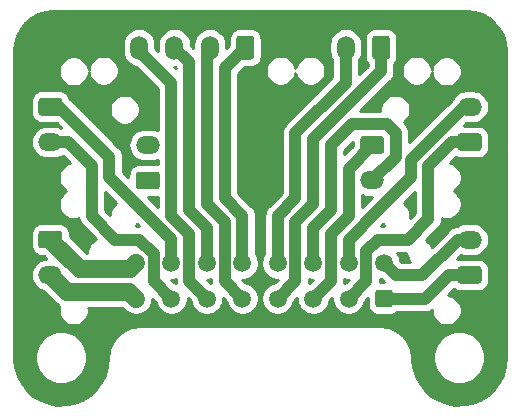
<source format=gbr>
%TF.GenerationSoftware,KiCad,Pcbnew,(5.1.10)-1*%
%TF.CreationDate,2021-09-03T22:45:51+03:00*%
%TF.ProjectId,toolhead_pcb,746f6f6c-6865-4616-945f-7063622e6b69,rev?*%
%TF.SameCoordinates,Original*%
%TF.FileFunction,Copper,L1,Top*%
%TF.FilePolarity,Positive*%
%FSLAX46Y46*%
G04 Gerber Fmt 4.6, Leading zero omitted, Abs format (unit mm)*
G04 Created by KiCad (PCBNEW (5.1.10)-1) date 2021-09-03 22:45:51*
%MOMM*%
%LPD*%
G01*
G04 APERTURE LIST*
%TA.AperFunction,ComponentPad*%
%ADD10O,2.020000X1.500000*%
%TD*%
%TA.AperFunction,ComponentPad*%
%ADD11O,1.500000X2.020000*%
%TD*%
%TA.AperFunction,ComponentPad*%
%ADD12C,1.500000*%
%TD*%
%TA.AperFunction,Conductor*%
%ADD13C,1.500000*%
%TD*%
%TA.AperFunction,Conductor*%
%ADD14C,1.000000*%
%TD*%
%TA.AperFunction,NonConductor*%
%ADD15C,0.254000*%
%TD*%
%TA.AperFunction,NonConductor*%
%ADD16C,0.100000*%
%TD*%
G04 APERTURE END LIST*
D10*
%TO.P,J6,2*%
%TO.N,COOLING_FAN+*%
X134000000Y-107500000D03*
%TO.P,J6,1*%
%TO.N,COOLING_FAN-*%
%TA.AperFunction,ComponentPad*%
G36*
G01*
X133240000Y-103750000D02*
X134760000Y-103750000D01*
G75*
G02*
X135010000Y-104000000I0J-250000D01*
G01*
X135010000Y-105000000D01*
G75*
G02*
X134760000Y-105250000I-250000J0D01*
G01*
X133240000Y-105250000D01*
G75*
G02*
X132990000Y-105000000I0J250000D01*
G01*
X132990000Y-104000000D01*
G75*
G02*
X133240000Y-103750000I250000J0D01*
G01*
G37*
%TD.AperFunction*%
%TD*%
%TO.P,J3,1*%
%TO.N,COOLING_FAN-*%
%TA.AperFunction,ComponentPad*%
G36*
G01*
X115760000Y-108250000D02*
X114240000Y-108250000D01*
G75*
G02*
X113990000Y-108000000I0J250000D01*
G01*
X113990000Y-107000000D01*
G75*
G02*
X114240000Y-106750000I250000J0D01*
G01*
X115760000Y-106750000D01*
G75*
G02*
X116010000Y-107000000I0J-250000D01*
G01*
X116010000Y-108000000D01*
G75*
G02*
X115760000Y-108250000I-250000J0D01*
G01*
G37*
%TD.AperFunction*%
%TO.P,J3,2*%
%TO.N,COOLING_FAN+*%
X115000000Y-104500000D03*
%TD*%
D11*
%TO.P,J4,2*%
%TO.N,HOTEND_FAN+*%
X131750000Y-96250000D03*
%TO.P,J4,1*%
%TO.N,HOTEND_FAN-*%
%TA.AperFunction,ComponentPad*%
G36*
G01*
X135500000Y-95490000D02*
X135500000Y-97010000D01*
G75*
G02*
X135250000Y-97260000I-250000J0D01*
G01*
X134250000Y-97260000D01*
G75*
G02*
X134000000Y-97010000I0J250000D01*
G01*
X134000000Y-95490000D01*
G75*
G02*
X134250000Y-95240000I250000J0D01*
G01*
X135250000Y-95240000D01*
G75*
G02*
X135500000Y-95490000I0J-250000D01*
G01*
G37*
%TD.AperFunction*%
%TD*%
D10*
%TO.P,J7,2*%
%TO.N,HOTEND_THERMISTOR-*%
X106750000Y-104250000D03*
%TO.P,J7,1*%
%TO.N,HOTEND_THERMISTOR+*%
%TA.AperFunction,ComponentPad*%
G36*
G01*
X105990000Y-100500000D02*
X107510000Y-100500000D01*
G75*
G02*
X107760000Y-100750000I0J-250000D01*
G01*
X107760000Y-101750000D01*
G75*
G02*
X107510000Y-102000000I-250000J0D01*
G01*
X105990000Y-102000000D01*
G75*
G02*
X105740000Y-101750000I0J250000D01*
G01*
X105740000Y-100750000D01*
G75*
G02*
X105990000Y-100500000I250000J0D01*
G01*
G37*
%TD.AperFunction*%
%TD*%
%TO.P,J8,2*%
%TO.N,HOTEND_HEATER-*%
X106750000Y-115500000D03*
%TO.P,J8,1*%
%TO.N,HOTEND_HEATER+*%
%TA.AperFunction,ComponentPad*%
G36*
G01*
X105990000Y-111750000D02*
X107510000Y-111750000D01*
G75*
G02*
X107760000Y-112000000I0J-250000D01*
G01*
X107760000Y-113000000D01*
G75*
G02*
X107510000Y-113250000I-250000J0D01*
G01*
X105990000Y-113250000D01*
G75*
G02*
X105740000Y-113000000I0J250000D01*
G01*
X105740000Y-112000000D01*
G75*
G02*
X105990000Y-111750000I250000J0D01*
G01*
G37*
%TD.AperFunction*%
%TD*%
D11*
%TO.P,J9,4*%
%TO.N,STEPPER_B2*%
X114250000Y-96250000D03*
%TO.P,J9,3*%
%TO.N,STEPPER_B1*%
X117250000Y-96250000D03*
%TO.P,J9,2*%
%TO.N,STEPPER_A1*%
X120250000Y-96250000D03*
%TO.P,J9,1*%
%TO.N,STEPPER_A2*%
%TA.AperFunction,ComponentPad*%
G36*
G01*
X124000000Y-95490000D02*
X124000000Y-97010000D01*
G75*
G02*
X123750000Y-97260000I-250000J0D01*
G01*
X122750000Y-97260000D01*
G75*
G02*
X122500000Y-97010000I0J250000D01*
G01*
X122500000Y-95490000D01*
G75*
G02*
X122750000Y-95240000I250000J0D01*
G01*
X123750000Y-95240000D01*
G75*
G02*
X124000000Y-95490000I0J-250000D01*
G01*
G37*
%TD.AperFunction*%
%TD*%
D10*
%TO.P,J1,2*%
%TO.N,MAGPROBE+*%
X142250000Y-112500000D03*
%TO.P,J1,1*%
%TO.N,MAGPROBE-*%
%TA.AperFunction,ComponentPad*%
G36*
G01*
X143010000Y-116250000D02*
X141490000Y-116250000D01*
G75*
G02*
X141240000Y-116000000I0J250000D01*
G01*
X141240000Y-115000000D01*
G75*
G02*
X141490000Y-114750000I250000J0D01*
G01*
X143010000Y-114750000D01*
G75*
G02*
X143260000Y-115000000I0J-250000D01*
G01*
X143260000Y-116000000D01*
G75*
G02*
X143010000Y-116250000I-250000J0D01*
G01*
G37*
%TD.AperFunction*%
%TD*%
%TO.P,J2,2*%
%TO.N,X_ENDSTOP+*%
X142250000Y-101250000D03*
%TO.P,J2,1*%
%TO.N,X_ENDSTOP-*%
%TA.AperFunction,ComponentPad*%
G36*
G01*
X143010000Y-105000000D02*
X141490000Y-105000000D01*
G75*
G02*
X141240000Y-104750000I0J250000D01*
G01*
X141240000Y-103750000D01*
G75*
G02*
X141490000Y-103500000I250000J0D01*
G01*
X143010000Y-103500000D01*
G75*
G02*
X143260000Y-103750000I0J-250000D01*
G01*
X143260000Y-104750000D01*
G75*
G02*
X143010000Y-105000000I-250000J0D01*
G01*
G37*
%TD.AperFunction*%
%TD*%
D12*
%TO.P,J5,16*%
%TO.N,HOTEND_HEATER+*%
X114000000Y-114500000D03*
%TO.P,J5,15*%
%TO.N,HOTEND_THERMISTOR+*%
X117000000Y-114500000D03*
%TO.P,J5,14*%
%TO.N,STEPPER_B1*%
X120000000Y-114500000D03*
%TO.P,J5,13*%
%TO.N,STEPPER_A2*%
X123000000Y-114500000D03*
%TO.P,J5,12*%
%TO.N,HOTEND_FAN+*%
X126000000Y-114500000D03*
%TO.P,J5,11*%
%TO.N,COOLING_FAN+*%
X129000000Y-114500000D03*
%TO.P,J5,10*%
%TO.N,X_ENDSTOP+*%
X132000000Y-114500000D03*
%TO.P,J5,9*%
%TO.N,MAGPROBE+*%
X135000000Y-114500000D03*
%TO.P,J5,8*%
%TO.N,HOTEND_HEATER-*%
X114000000Y-117500000D03*
%TO.P,J5,7*%
%TO.N,HOTEND_THERMISTOR-*%
X117000000Y-117500000D03*
%TO.P,J5,6*%
%TO.N,STEPPER_B2*%
X120000000Y-117500000D03*
%TO.P,J5,5*%
%TO.N,STEPPER_A1*%
X123000000Y-117500000D03*
%TO.P,J5,4*%
%TO.N,HOTEND_FAN-*%
X126000000Y-117500000D03*
%TO.P,J5,3*%
%TO.N,COOLING_FAN-*%
X129000000Y-117500000D03*
%TO.P,J5,2*%
%TO.N,X_ENDSTOP-*%
X132000000Y-117500000D03*
%TO.P,J5,1*%
%TO.N,MAGPROBE-*%
%TA.AperFunction,ComponentPad*%
G36*
G01*
X135750000Y-117000000D02*
X135750000Y-118000000D01*
G75*
G02*
X135500000Y-118250000I-250000J0D01*
G01*
X134500000Y-118250000D01*
G75*
G02*
X134250000Y-118000000I0J250000D01*
G01*
X134250000Y-117000000D01*
G75*
G02*
X134500000Y-116750000I250000J0D01*
G01*
X135500000Y-116750000D01*
G75*
G02*
X135750000Y-117000000I0J-250000D01*
G01*
G37*
%TD.AperFunction*%
%TD*%
D13*
%TO.N,HOTEND_HEATER-*%
X114000000Y-117500000D02*
X113414999Y-116914999D01*
X108164999Y-116914999D02*
X106750000Y-115500000D01*
X113414999Y-116914999D02*
X108164999Y-116914999D01*
%TO.N,HOTEND_HEATER+*%
X109260001Y-115010001D02*
X106750000Y-112500000D01*
X113489999Y-115010001D02*
X109260001Y-115010001D01*
X114000000Y-114500000D02*
X113489999Y-115010001D01*
D14*
%TO.N,X_ENDSTOP-*%
X133500000Y-113500000D02*
X134500000Y-112500000D01*
X134500000Y-112500000D02*
X137000000Y-112500000D01*
X132000000Y-117500000D02*
X133500000Y-116000000D01*
X133500000Y-116000000D02*
X133500000Y-113500000D01*
X137000000Y-112500000D02*
X138750000Y-110750000D01*
X138750000Y-110750000D02*
X138750000Y-106250000D01*
X140750000Y-104250000D02*
X142250000Y-104250000D01*
X138750000Y-106250000D02*
X140750000Y-104250000D01*
%TO.N,X_ENDSTOP+*%
X132000000Y-114500000D02*
X132000000Y-112500000D01*
X132000000Y-112500000D02*
X134500000Y-110000000D01*
X134500000Y-109984198D02*
X137250000Y-107234198D01*
X134500000Y-110000000D02*
X134500000Y-109984198D01*
X137250000Y-107234198D02*
X137250000Y-105750000D01*
X141750000Y-101250000D02*
X142250000Y-101250000D01*
X137250000Y-105750000D02*
X141750000Y-101250000D01*
%TO.N,HOTEND_THERMISTOR-*%
X117000000Y-117500000D02*
X115500000Y-116000000D01*
X115500000Y-116000000D02*
X115500000Y-113750000D01*
X115500000Y-113750000D02*
X114250000Y-112500000D01*
X114250000Y-112500000D02*
X112250000Y-112500000D01*
X112250000Y-112500000D02*
X110250000Y-110500000D01*
X110250000Y-110500000D02*
X110250000Y-106250000D01*
X108250000Y-104250000D02*
X106750000Y-104250000D01*
X110250000Y-106250000D02*
X108250000Y-104250000D01*
%TO.N,HOTEND_THERMISTOR+*%
X107500000Y-101250000D02*
X106750000Y-101250000D01*
X111750000Y-105500000D02*
X107500000Y-101250000D01*
X111750000Y-107234198D02*
X111750000Y-105500000D01*
X117000000Y-112484198D02*
X111750000Y-107234198D01*
X117000000Y-114500000D02*
X117000000Y-112484198D01*
%TO.N,HOTEND_FAN-*%
X134750000Y-98250000D02*
X134750000Y-96250000D01*
X129000000Y-104000000D02*
X134750000Y-98250000D01*
X129000000Y-109500000D02*
X129000000Y-104000000D01*
X127500000Y-111000000D02*
X129000000Y-109500000D01*
X127500000Y-116000000D02*
X127500000Y-111000000D01*
X126000000Y-117500000D02*
X127500000Y-116000000D01*
%TO.N,HOTEND_FAN+*%
X126000000Y-114500000D02*
X126000000Y-110500000D01*
X126000000Y-110500000D02*
X127500000Y-109000000D01*
X127500000Y-109000000D02*
X127500000Y-103500000D01*
X131750000Y-99250000D02*
X131750000Y-96250000D01*
X127500000Y-103500000D02*
X131750000Y-99250000D01*
%TO.N,MAGPROBE-*%
X135000000Y-117500000D02*
X138500000Y-117500000D01*
X140500000Y-115500000D02*
X142250000Y-115500000D01*
X138500000Y-117500000D02*
X140500000Y-115500000D01*
%TO.N,STEPPER_B2*%
X118500000Y-112000000D02*
X118500000Y-116000000D01*
X117000000Y-110500000D02*
X118500000Y-112000000D01*
X117000000Y-99250000D02*
X117000000Y-110500000D01*
X114250000Y-96500000D02*
X117000000Y-99250000D01*
X118500000Y-116000000D02*
X120000000Y-117500000D01*
X114250000Y-96250000D02*
X114250000Y-96500000D01*
%TO.N,STEPPER_A2*%
X123000000Y-114500000D02*
X123000000Y-110500000D01*
X123000000Y-110500000D02*
X121500000Y-109000000D01*
X121500000Y-98000000D02*
X123250000Y-96250000D01*
X121500000Y-109000000D02*
X121500000Y-98000000D01*
%TO.N,COOLING_FAN-*%
X129000000Y-117500000D02*
X130500000Y-116000000D01*
X130500000Y-116000000D02*
X130500000Y-112000000D01*
X130500000Y-112000000D02*
X132000000Y-110500000D01*
X132000000Y-106500000D02*
X134000000Y-104500000D01*
X132000000Y-110500000D02*
X132000000Y-106500000D01*
%TO.N,MAGPROBE+*%
X135000000Y-114500000D02*
X136000000Y-115500000D01*
X136000000Y-115500000D02*
X138250000Y-115500000D01*
X141250000Y-112500000D02*
X142250000Y-112500000D01*
X138250000Y-115500000D02*
X141250000Y-112500000D01*
%TO.N,STEPPER_B1*%
X120000000Y-114500000D02*
X120000000Y-111500000D01*
X120000000Y-111500000D02*
X118500000Y-110000000D01*
X118500000Y-97500000D02*
X117250000Y-96250000D01*
X118500000Y-110000000D02*
X118500000Y-97500000D01*
%TO.N,STEPPER_A1*%
X123000000Y-117500000D02*
X121500000Y-116000000D01*
X121500000Y-116000000D02*
X121500000Y-111000000D01*
X121500000Y-111000000D02*
X120000000Y-109500000D01*
X120000000Y-96500000D02*
X120250000Y-96250000D01*
X120000000Y-109500000D02*
X120000000Y-96500000D01*
%TO.N,COOLING_FAN+*%
X129000000Y-114500000D02*
X129000000Y-111500000D01*
X129000000Y-111500000D02*
X130500000Y-110000000D01*
X130500000Y-110000000D02*
X130500000Y-104500000D01*
X130500000Y-104500000D02*
X132250000Y-102750000D01*
X135234198Y-102750000D02*
X136000000Y-103515802D01*
X132250000Y-102750000D02*
X135234198Y-102750000D01*
X136000000Y-105500000D02*
X134000000Y-107500000D01*
X136000000Y-103515802D02*
X136000000Y-105500000D01*
%TD*%
D15*
X142648126Y-93226714D02*
X143271572Y-93414943D01*
X143846579Y-93720681D01*
X144351247Y-94132279D01*
X144766362Y-94634067D01*
X145076105Y-95206924D01*
X145268682Y-95829039D01*
X145340001Y-96507594D01*
X145340000Y-120532418D01*
X145340001Y-120532428D01*
X145340000Y-122469743D01*
X145270453Y-123226610D01*
X145072390Y-123928892D01*
X144749664Y-124583316D01*
X144313082Y-125167969D01*
X143777265Y-125663275D01*
X143160158Y-126052639D01*
X142482431Y-126323025D01*
X141766776Y-126465378D01*
X141037169Y-126474929D01*
X140318029Y-126351358D01*
X139633460Y-126098807D01*
X139006373Y-125725729D01*
X138457771Y-125244619D01*
X138006036Y-124671596D01*
X137666288Y-124025840D01*
X137449911Y-123328990D01*
X137361083Y-122578495D01*
X137359985Y-122494581D01*
X137359947Y-122483721D01*
X137357034Y-122455046D01*
X137357235Y-122426219D01*
X137356335Y-122417047D01*
X137341918Y-122279872D01*
X139115000Y-122279872D01*
X139115000Y-122720128D01*
X139200890Y-123151925D01*
X139369369Y-123558669D01*
X139613962Y-123924729D01*
X139925271Y-124236038D01*
X140291331Y-124480631D01*
X140698075Y-124649110D01*
X141129872Y-124735000D01*
X141570128Y-124735000D01*
X142001925Y-124649110D01*
X142408669Y-124480631D01*
X142774729Y-124236038D01*
X143086038Y-123924729D01*
X143330631Y-123558669D01*
X143499110Y-123151925D01*
X143585000Y-122720128D01*
X143585000Y-122279872D01*
X143499110Y-121848075D01*
X143330631Y-121441331D01*
X143086038Y-121075271D01*
X142774729Y-120763962D01*
X142408669Y-120519369D01*
X142001925Y-120350890D01*
X141570128Y-120265000D01*
X141129872Y-120265000D01*
X140698075Y-120350890D01*
X140291331Y-120519369D01*
X139925271Y-120763962D01*
X139613962Y-121075271D01*
X139369369Y-121441331D01*
X139200890Y-121848075D01*
X139115000Y-122279872D01*
X137341918Y-122279872D01*
X137315534Y-122028855D01*
X137303514Y-121970299D01*
X137292298Y-121911498D01*
X137289634Y-121902677D01*
X137174210Y-121529802D01*
X137151025Y-121474647D01*
X137128621Y-121419194D01*
X137124294Y-121411058D01*
X137124294Y-121411057D01*
X137124291Y-121411053D01*
X136938643Y-121067702D01*
X136905187Y-121018101D01*
X136872437Y-120968054D01*
X136866613Y-120960913D01*
X136617806Y-120660158D01*
X136575371Y-120618019D01*
X136533508Y-120575269D01*
X136526407Y-120569396D01*
X136223923Y-120322695D01*
X136174107Y-120289598D01*
X136124741Y-120255795D01*
X136116635Y-120251413D01*
X135771993Y-120068163D01*
X135716687Y-120045368D01*
X135661704Y-120021802D01*
X135652901Y-120019077D01*
X135279230Y-119906259D01*
X135220542Y-119894639D01*
X135162039Y-119882203D01*
X135152874Y-119881240D01*
X134764405Y-119843150D01*
X134764402Y-119843150D01*
X134732419Y-119840000D01*
X114267581Y-119840000D01*
X114238627Y-119842852D01*
X114226219Y-119842765D01*
X114217047Y-119843665D01*
X113828855Y-119884466D01*
X113770299Y-119896486D01*
X113711498Y-119907702D01*
X113702677Y-119910366D01*
X113329802Y-120025790D01*
X113274647Y-120048975D01*
X113219194Y-120071379D01*
X113211062Y-120075704D01*
X113211057Y-120075706D01*
X113211053Y-120075709D01*
X112867702Y-120261357D01*
X112818101Y-120294813D01*
X112768054Y-120327563D01*
X112760913Y-120333387D01*
X112460158Y-120582194D01*
X112418019Y-120624629D01*
X112375269Y-120666492D01*
X112369396Y-120673593D01*
X112122695Y-120976077D01*
X112089598Y-121025893D01*
X112055795Y-121075259D01*
X112051413Y-121083365D01*
X111868163Y-121428007D01*
X111845368Y-121483313D01*
X111821802Y-121538296D01*
X111819077Y-121547099D01*
X111706259Y-121920770D01*
X111694639Y-121979458D01*
X111682203Y-122037961D01*
X111681240Y-122047126D01*
X111643150Y-122435595D01*
X111643150Y-122435984D01*
X111642769Y-122439609D01*
X111570453Y-123226610D01*
X111372390Y-123928892D01*
X111049664Y-124583316D01*
X110613082Y-125167969D01*
X110077265Y-125663275D01*
X109460158Y-126052639D01*
X108782431Y-126323025D01*
X108066776Y-126465378D01*
X107337169Y-126474929D01*
X106618029Y-126351358D01*
X105933460Y-126098807D01*
X105306373Y-125725729D01*
X104757771Y-125244619D01*
X104306036Y-124671596D01*
X103966288Y-124025840D01*
X103749911Y-123328990D01*
X103661083Y-122578495D01*
X103660000Y-122495718D01*
X103660000Y-122279872D01*
X105415000Y-122279872D01*
X105415000Y-122720128D01*
X105500890Y-123151925D01*
X105669369Y-123558669D01*
X105913962Y-123924729D01*
X106225271Y-124236038D01*
X106591331Y-124480631D01*
X106998075Y-124649110D01*
X107429872Y-124735000D01*
X107870128Y-124735000D01*
X108301925Y-124649110D01*
X108708669Y-124480631D01*
X109074729Y-124236038D01*
X109386038Y-123924729D01*
X109630631Y-123558669D01*
X109799110Y-123151925D01*
X109885000Y-122720128D01*
X109885000Y-122279872D01*
X109799110Y-121848075D01*
X109630631Y-121441331D01*
X109386038Y-121075271D01*
X109074729Y-120763962D01*
X108708669Y-120519369D01*
X108301925Y-120350890D01*
X107870128Y-120265000D01*
X107429872Y-120265000D01*
X106998075Y-120350890D01*
X106591331Y-120519369D01*
X106225271Y-120763962D01*
X105913962Y-121075271D01*
X105669369Y-121441331D01*
X105500890Y-121848075D01*
X105415000Y-122279872D01*
X103660000Y-122279872D01*
X103660000Y-104250000D01*
X105098299Y-104250000D01*
X105125040Y-104521507D01*
X105204236Y-104782581D01*
X105332843Y-105023188D01*
X105505919Y-105234081D01*
X105716812Y-105407157D01*
X105957419Y-105535764D01*
X106218493Y-105614960D01*
X106421963Y-105635000D01*
X107078037Y-105635000D01*
X107281507Y-105614960D01*
X107542581Y-105535764D01*
X107783188Y-105407157D01*
X107793535Y-105398666D01*
X108409717Y-106014849D01*
X108339555Y-106028805D01*
X108108429Y-106124541D01*
X107900422Y-106263527D01*
X107723527Y-106440422D01*
X107584541Y-106648429D01*
X107488805Y-106879555D01*
X107440000Y-107124916D01*
X107440000Y-107375084D01*
X107488805Y-107620445D01*
X107584541Y-107851571D01*
X107723527Y-108059578D01*
X107900422Y-108236473D01*
X108107742Y-108375000D01*
X107900422Y-108513527D01*
X107723527Y-108690422D01*
X107584541Y-108898429D01*
X107488805Y-109129555D01*
X107440000Y-109374916D01*
X107440000Y-109625084D01*
X107488805Y-109870445D01*
X107584541Y-110101571D01*
X107723527Y-110309578D01*
X107900422Y-110486473D01*
X108108429Y-110625459D01*
X108339555Y-110721195D01*
X108584916Y-110770000D01*
X108835084Y-110770000D01*
X109080445Y-110721195D01*
X109129302Y-110700958D01*
X109131423Y-110722498D01*
X109196324Y-110936446D01*
X109301716Y-111133623D01*
X109443551Y-111306449D01*
X109486865Y-111341996D01*
X110629726Y-112484857D01*
X110462376Y-112554176D01*
X110276480Y-112678388D01*
X110118388Y-112836480D01*
X109994176Y-113022376D01*
X109908617Y-113228933D01*
X109865000Y-113448212D01*
X109865000Y-113625001D01*
X109833686Y-113625001D01*
X108398072Y-112189387D01*
X108398072Y-112000000D01*
X108381008Y-111826746D01*
X108330472Y-111660150D01*
X108248405Y-111506614D01*
X108137962Y-111372038D01*
X108003386Y-111261595D01*
X107849850Y-111179528D01*
X107683254Y-111128992D01*
X107510000Y-111111928D01*
X106786837Y-111111928D01*
X106750000Y-111108300D01*
X106713163Y-111111928D01*
X105990000Y-111111928D01*
X105816746Y-111128992D01*
X105650150Y-111179528D01*
X105496614Y-111261595D01*
X105362038Y-111372038D01*
X105251595Y-111506614D01*
X105169528Y-111660150D01*
X105118992Y-111826746D01*
X105101928Y-112000000D01*
X105101928Y-113000000D01*
X105118992Y-113173254D01*
X105169528Y-113339850D01*
X105251595Y-113493386D01*
X105362038Y-113627962D01*
X105496614Y-113738405D01*
X105650150Y-113820472D01*
X105816746Y-113871008D01*
X105990000Y-113888072D01*
X106179387Y-113888072D01*
X106407718Y-114116403D01*
X106218493Y-114135040D01*
X105957419Y-114214236D01*
X105716812Y-114342843D01*
X105505919Y-114515919D01*
X105332843Y-114726812D01*
X105204236Y-114967419D01*
X105125040Y-115228493D01*
X105098299Y-115500000D01*
X105125040Y-115771507D01*
X105204236Y-116032581D01*
X105332843Y-116273188D01*
X105505919Y-116484081D01*
X105716812Y-116657157D01*
X105957419Y-116785764D01*
X106129183Y-116837868D01*
X107137549Y-117846235D01*
X107180918Y-117899080D01*
X107233763Y-117942449D01*
X107233765Y-117942451D01*
X107303889Y-118000000D01*
X107391811Y-118072156D01*
X107490689Y-118125007D01*
X107488805Y-118129555D01*
X107440000Y-118374916D01*
X107440000Y-118625084D01*
X107488805Y-118870445D01*
X107584541Y-119101571D01*
X107723527Y-119309578D01*
X107900422Y-119486473D01*
X108108429Y-119625459D01*
X108339555Y-119721195D01*
X108584916Y-119770000D01*
X108835084Y-119770000D01*
X109080445Y-119721195D01*
X109311571Y-119625459D01*
X109519578Y-119486473D01*
X109696473Y-119309578D01*
X109835459Y-119101571D01*
X109931195Y-118870445D01*
X109980000Y-118625084D01*
X109980000Y-118374916D01*
X109965098Y-118299999D01*
X112841314Y-118299999D01*
X113117114Y-118575799D01*
X113173965Y-118613786D01*
X113226812Y-118657156D01*
X113287103Y-118689382D01*
X113343957Y-118727371D01*
X113407128Y-118753537D01*
X113467418Y-118785763D01*
X113532838Y-118805608D01*
X113596011Y-118831775D01*
X113663075Y-118845115D01*
X113728492Y-118864959D01*
X113796521Y-118871659D01*
X113863589Y-118885000D01*
X113931972Y-118885000D01*
X113999999Y-118891700D01*
X114068026Y-118885000D01*
X114136411Y-118885000D01*
X114203481Y-118871659D01*
X114271506Y-118864959D01*
X114336919Y-118845116D01*
X114403989Y-118831775D01*
X114467167Y-118805606D01*
X114532580Y-118785763D01*
X114592864Y-118753541D01*
X114656043Y-118727371D01*
X114712902Y-118689379D01*
X114773187Y-118657156D01*
X114826028Y-118613790D01*
X114882886Y-118575799D01*
X114931241Y-118527444D01*
X114984080Y-118484080D01*
X115027444Y-118431241D01*
X115075799Y-118382886D01*
X115113790Y-118326028D01*
X115157156Y-118273187D01*
X115189379Y-118212902D01*
X115227371Y-118156043D01*
X115253541Y-118092864D01*
X115285763Y-118032580D01*
X115305606Y-117967167D01*
X115331775Y-117903989D01*
X115345116Y-117836919D01*
X115364959Y-117771506D01*
X115371659Y-117703481D01*
X115385000Y-117636411D01*
X115385000Y-117568026D01*
X115391700Y-117499999D01*
X115391354Y-117496485D01*
X115635788Y-117740920D01*
X115668225Y-117903989D01*
X115772629Y-118156043D01*
X115924201Y-118382886D01*
X116117114Y-118575799D01*
X116343957Y-118727371D01*
X116596011Y-118831775D01*
X116863589Y-118885000D01*
X117136411Y-118885000D01*
X117403989Y-118831775D01*
X117656043Y-118727371D01*
X117882886Y-118575799D01*
X118075799Y-118382886D01*
X118227371Y-118156043D01*
X118331775Y-117903989D01*
X118385000Y-117636411D01*
X118385000Y-117490131D01*
X118635788Y-117740920D01*
X118668225Y-117903989D01*
X118772629Y-118156043D01*
X118924201Y-118382886D01*
X119117114Y-118575799D01*
X119343957Y-118727371D01*
X119596011Y-118831775D01*
X119863589Y-118885000D01*
X120136411Y-118885000D01*
X120403989Y-118831775D01*
X120656043Y-118727371D01*
X120882886Y-118575799D01*
X121075799Y-118382886D01*
X121227371Y-118156043D01*
X121331775Y-117903989D01*
X121385000Y-117636411D01*
X121385000Y-117490131D01*
X121635788Y-117740920D01*
X121668225Y-117903989D01*
X121772629Y-118156043D01*
X121924201Y-118382886D01*
X122117114Y-118575799D01*
X122343957Y-118727371D01*
X122596011Y-118831775D01*
X122863589Y-118885000D01*
X123136411Y-118885000D01*
X123403989Y-118831775D01*
X123656043Y-118727371D01*
X123882886Y-118575799D01*
X124075799Y-118382886D01*
X124227371Y-118156043D01*
X124331775Y-117903989D01*
X124385000Y-117636411D01*
X124385000Y-117363589D01*
X124331775Y-117096011D01*
X124227371Y-116843957D01*
X124075799Y-116617114D01*
X123882886Y-116424201D01*
X123656043Y-116272629D01*
X123403989Y-116168225D01*
X123240920Y-116135788D01*
X122990131Y-115885000D01*
X123136411Y-115885000D01*
X123403989Y-115831775D01*
X123656043Y-115727371D01*
X123882886Y-115575799D01*
X124075799Y-115382886D01*
X124227371Y-115156043D01*
X124331775Y-114903989D01*
X124385000Y-114636411D01*
X124385000Y-114363589D01*
X124615000Y-114363589D01*
X124615000Y-114636411D01*
X124668225Y-114903989D01*
X124772629Y-115156043D01*
X124924201Y-115382886D01*
X125117114Y-115575799D01*
X125343957Y-115727371D01*
X125596011Y-115831775D01*
X125863589Y-115885000D01*
X126009868Y-115885000D01*
X125759080Y-116135788D01*
X125596011Y-116168225D01*
X125343957Y-116272629D01*
X125117114Y-116424201D01*
X124924201Y-116617114D01*
X124772629Y-116843957D01*
X124668225Y-117096011D01*
X124615000Y-117363589D01*
X124615000Y-117636411D01*
X124668225Y-117903989D01*
X124772629Y-118156043D01*
X124924201Y-118382886D01*
X125117114Y-118575799D01*
X125343957Y-118727371D01*
X125596011Y-118831775D01*
X125863589Y-118885000D01*
X126136411Y-118885000D01*
X126403989Y-118831775D01*
X126656043Y-118727371D01*
X126882886Y-118575799D01*
X127075799Y-118382886D01*
X127227371Y-118156043D01*
X127331775Y-117903989D01*
X127364212Y-117740920D01*
X127615000Y-117490132D01*
X127615000Y-117636411D01*
X127668225Y-117903989D01*
X127772629Y-118156043D01*
X127924201Y-118382886D01*
X128117114Y-118575799D01*
X128343957Y-118727371D01*
X128596011Y-118831775D01*
X128863589Y-118885000D01*
X129136411Y-118885000D01*
X129403989Y-118831775D01*
X129656043Y-118727371D01*
X129882886Y-118575799D01*
X130075799Y-118382886D01*
X130227371Y-118156043D01*
X130331775Y-117903989D01*
X130364212Y-117740920D01*
X130615000Y-117490132D01*
X130615000Y-117636411D01*
X130668225Y-117903989D01*
X130772629Y-118156043D01*
X130924201Y-118382886D01*
X131117114Y-118575799D01*
X131343957Y-118727371D01*
X131596011Y-118831775D01*
X131863589Y-118885000D01*
X132136411Y-118885000D01*
X132403989Y-118831775D01*
X132656043Y-118727371D01*
X132882886Y-118575799D01*
X133075799Y-118382886D01*
X133227371Y-118156043D01*
X133331775Y-117903989D01*
X133364212Y-117740920D01*
X133611928Y-117493204D01*
X133611928Y-118000000D01*
X133628992Y-118173254D01*
X133679528Y-118339850D01*
X133761595Y-118493386D01*
X133872038Y-118627962D01*
X134006614Y-118738405D01*
X134160150Y-118820472D01*
X134326746Y-118871008D01*
X134500000Y-118888072D01*
X135500000Y-118888072D01*
X135673254Y-118871008D01*
X135839850Y-118820472D01*
X135993386Y-118738405D01*
X136119386Y-118635000D01*
X138444249Y-118635000D01*
X138500000Y-118640491D01*
X138555751Y-118635000D01*
X138555752Y-118635000D01*
X138722499Y-118618577D01*
X138936447Y-118553676D01*
X139020000Y-118509016D01*
X139020000Y-118625084D01*
X139068805Y-118870445D01*
X139164541Y-119101571D01*
X139303527Y-119309578D01*
X139480422Y-119486473D01*
X139688429Y-119625459D01*
X139919555Y-119721195D01*
X140164916Y-119770000D01*
X140415084Y-119770000D01*
X140660445Y-119721195D01*
X140891571Y-119625459D01*
X141099578Y-119486473D01*
X141276473Y-119309578D01*
X141415459Y-119101571D01*
X141511195Y-118870445D01*
X141560000Y-118625084D01*
X141560000Y-118374916D01*
X141511195Y-118129555D01*
X141415459Y-117898429D01*
X141276473Y-117690422D01*
X141099578Y-117513527D01*
X140891571Y-117374541D01*
X140660445Y-117278805D01*
X140415084Y-117230000D01*
X140375132Y-117230000D01*
X140925274Y-116679858D01*
X140996614Y-116738405D01*
X141150150Y-116820472D01*
X141316746Y-116871008D01*
X141490000Y-116888072D01*
X143010000Y-116888072D01*
X143183254Y-116871008D01*
X143349850Y-116820472D01*
X143503386Y-116738405D01*
X143637962Y-116627962D01*
X143748405Y-116493386D01*
X143830472Y-116339850D01*
X143881008Y-116173254D01*
X143898072Y-116000000D01*
X143898072Y-115000000D01*
X143881008Y-114826746D01*
X143830472Y-114660150D01*
X143748405Y-114506614D01*
X143637962Y-114372038D01*
X143503386Y-114261595D01*
X143349850Y-114179528D01*
X143183254Y-114128992D01*
X143010000Y-114111928D01*
X141490000Y-114111928D01*
X141316746Y-114128992D01*
X141186688Y-114168444D01*
X141543313Y-113811820D01*
X141718493Y-113864960D01*
X141921963Y-113885000D01*
X142578037Y-113885000D01*
X142781507Y-113864960D01*
X143042581Y-113785764D01*
X143283188Y-113657157D01*
X143494081Y-113484081D01*
X143667157Y-113273188D01*
X143795764Y-113032581D01*
X143874960Y-112771507D01*
X143901701Y-112500000D01*
X143874960Y-112228493D01*
X143795764Y-111967419D01*
X143667157Y-111726812D01*
X143494081Y-111515919D01*
X143283188Y-111342843D01*
X143042581Y-111214236D01*
X142781507Y-111135040D01*
X142578037Y-111115000D01*
X141921963Y-111115000D01*
X141718493Y-111135040D01*
X141457419Y-111214236D01*
X141216812Y-111342843D01*
X141189209Y-111365496D01*
X141027501Y-111381423D01*
X140813553Y-111446324D01*
X140616377Y-111551716D01*
X140486856Y-111658011D01*
X140486855Y-111658012D01*
X140443551Y-111693551D01*
X140408013Y-111736854D01*
X139039995Y-113104873D01*
X139005824Y-113022376D01*
X138881612Y-112836480D01*
X138723520Y-112678388D01*
X138545616Y-112559516D01*
X139513146Y-111591987D01*
X139556449Y-111556449D01*
X139602777Y-111499999D01*
X139698284Y-111383623D01*
X139803676Y-111186447D01*
X139868577Y-110972499D01*
X139890491Y-110750000D01*
X139886297Y-110707419D01*
X139919555Y-110721195D01*
X140164916Y-110770000D01*
X140415084Y-110770000D01*
X140660445Y-110721195D01*
X140891571Y-110625459D01*
X141099578Y-110486473D01*
X141276473Y-110309578D01*
X141415459Y-110101571D01*
X141511195Y-109870445D01*
X141560000Y-109625084D01*
X141560000Y-109374916D01*
X141511195Y-109129555D01*
X141415459Y-108898429D01*
X141276473Y-108690422D01*
X141099578Y-108513527D01*
X140892258Y-108375000D01*
X141099578Y-108236473D01*
X141276473Y-108059578D01*
X141415459Y-107851571D01*
X141511195Y-107620445D01*
X141560000Y-107375084D01*
X141560000Y-107124916D01*
X141511195Y-106879555D01*
X141415459Y-106648429D01*
X141276473Y-106440422D01*
X141099578Y-106263527D01*
X140891571Y-106124541D01*
X140660445Y-106028805D01*
X140590283Y-106014849D01*
X141074888Y-105530244D01*
X141150150Y-105570472D01*
X141316746Y-105621008D01*
X141490000Y-105638072D01*
X143010000Y-105638072D01*
X143183254Y-105621008D01*
X143349850Y-105570472D01*
X143503386Y-105488405D01*
X143637962Y-105377962D01*
X143748405Y-105243386D01*
X143830472Y-105089850D01*
X143881008Y-104923254D01*
X143898072Y-104750000D01*
X143898072Y-103750000D01*
X143881008Y-103576746D01*
X143830472Y-103410150D01*
X143748405Y-103256614D01*
X143637962Y-103122038D01*
X143503386Y-103011595D01*
X143349850Y-102929528D01*
X143183254Y-102878992D01*
X143010000Y-102861928D01*
X141743204Y-102861928D01*
X141970132Y-102635000D01*
X142578037Y-102635000D01*
X142781507Y-102614960D01*
X143042581Y-102535764D01*
X143283188Y-102407157D01*
X143494081Y-102234081D01*
X143667157Y-102023188D01*
X143795764Y-101782581D01*
X143874960Y-101521507D01*
X143901701Y-101250000D01*
X143874960Y-100978493D01*
X143795764Y-100717419D01*
X143667157Y-100476812D01*
X143494081Y-100265919D01*
X143283188Y-100092843D01*
X143042581Y-99964236D01*
X142781507Y-99885040D01*
X142578037Y-99865000D01*
X141921963Y-99865000D01*
X141718493Y-99885040D01*
X141457419Y-99964236D01*
X141216812Y-100092843D01*
X141005919Y-100265919D01*
X140832843Y-100476812D01*
X140734995Y-100659873D01*
X137135000Y-104259869D01*
X137135000Y-103571554D01*
X137140491Y-103515802D01*
X137118577Y-103293303D01*
X137053676Y-103079355D01*
X136948284Y-102882179D01*
X136841989Y-102752658D01*
X136841987Y-102752656D01*
X136806449Y-102709353D01*
X136763145Y-102673814D01*
X136653419Y-102564088D01*
X136769578Y-102486473D01*
X136946473Y-102309578D01*
X137085459Y-102101571D01*
X137181195Y-101870445D01*
X137230000Y-101625084D01*
X137230000Y-101374916D01*
X137181195Y-101129555D01*
X137085459Y-100898429D01*
X136946473Y-100690422D01*
X136769578Y-100513527D01*
X136561571Y-100374541D01*
X136330445Y-100278805D01*
X136085084Y-100230000D01*
X135834916Y-100230000D01*
X135589555Y-100278805D01*
X135358429Y-100374541D01*
X135150422Y-100513527D01*
X134973527Y-100690422D01*
X134834541Y-100898429D01*
X134738805Y-101129555D01*
X134690000Y-101374916D01*
X134690000Y-101615000D01*
X132990132Y-101615000D01*
X135513141Y-99091991D01*
X135556449Y-99056449D01*
X135698284Y-98883623D01*
X135803676Y-98686447D01*
X135868577Y-98472499D01*
X135885000Y-98305752D01*
X135885000Y-98305751D01*
X135890491Y-98250000D01*
X135885000Y-98194249D01*
X135885000Y-98084916D01*
X136480000Y-98084916D01*
X136480000Y-98335084D01*
X136528805Y-98580445D01*
X136624541Y-98811571D01*
X136763527Y-99019578D01*
X136940422Y-99196473D01*
X137148429Y-99335459D01*
X137379555Y-99431195D01*
X137624916Y-99480000D01*
X137875084Y-99480000D01*
X138120445Y-99431195D01*
X138351571Y-99335459D01*
X138559578Y-99196473D01*
X138736473Y-99019578D01*
X138875459Y-98811571D01*
X138971195Y-98580445D01*
X139020000Y-98335084D01*
X139020000Y-98375084D01*
X139068805Y-98620445D01*
X139164541Y-98851571D01*
X139303527Y-99059578D01*
X139480422Y-99236473D01*
X139688429Y-99375459D01*
X139919555Y-99471195D01*
X140164916Y-99520000D01*
X140415084Y-99520000D01*
X140660445Y-99471195D01*
X140891571Y-99375459D01*
X141099578Y-99236473D01*
X141276473Y-99059578D01*
X141415459Y-98851571D01*
X141511195Y-98620445D01*
X141560000Y-98375084D01*
X141560000Y-98124916D01*
X141511195Y-97879555D01*
X141415459Y-97648429D01*
X141276473Y-97440422D01*
X141099578Y-97263527D01*
X140891571Y-97124541D01*
X140660445Y-97028805D01*
X140415084Y-96980000D01*
X140164916Y-96980000D01*
X139919555Y-97028805D01*
X139688429Y-97124541D01*
X139480422Y-97263527D01*
X139303527Y-97440422D01*
X139164541Y-97648429D01*
X139068805Y-97879555D01*
X139020000Y-98124916D01*
X139020000Y-98084916D01*
X138971195Y-97839555D01*
X138875459Y-97608429D01*
X138736473Y-97400422D01*
X138559578Y-97223527D01*
X138351571Y-97084541D01*
X138120445Y-96988805D01*
X137875084Y-96940000D01*
X137624916Y-96940000D01*
X137379555Y-96988805D01*
X137148429Y-97084541D01*
X136940422Y-97223527D01*
X136763527Y-97400422D01*
X136624541Y-97608429D01*
X136528805Y-97839555D01*
X136480000Y-98084916D01*
X135885000Y-98084916D01*
X135885000Y-97629386D01*
X135988405Y-97503386D01*
X136070472Y-97349850D01*
X136121008Y-97183254D01*
X136138072Y-97010000D01*
X136138072Y-95490000D01*
X136121008Y-95316746D01*
X136070472Y-95150150D01*
X135988405Y-94996614D01*
X135877962Y-94862038D01*
X135743386Y-94751595D01*
X135589850Y-94669528D01*
X135423254Y-94618992D01*
X135250000Y-94601928D01*
X134250000Y-94601928D01*
X134076746Y-94618992D01*
X133910150Y-94669528D01*
X133756614Y-94751595D01*
X133622038Y-94862038D01*
X133511595Y-94996614D01*
X133429528Y-95150150D01*
X133378992Y-95316746D01*
X133361928Y-95490000D01*
X133361928Y-97010000D01*
X133378992Y-97183254D01*
X133429528Y-97349850D01*
X133511595Y-97503386D01*
X133615000Y-97629387D01*
X133615000Y-97779868D01*
X132885000Y-98509868D01*
X132885000Y-97310186D01*
X132907157Y-97283188D01*
X133035764Y-97042581D01*
X133114960Y-96781507D01*
X133135000Y-96578037D01*
X133135000Y-95921964D01*
X133114960Y-95718494D01*
X133035764Y-95457419D01*
X132907157Y-95216812D01*
X132734081Y-95005919D01*
X132523188Y-94832843D01*
X132282581Y-94704236D01*
X132021507Y-94625040D01*
X131750000Y-94598299D01*
X131478494Y-94625040D01*
X131217420Y-94704236D01*
X130976813Y-94832843D01*
X130765920Y-95005919D01*
X130592843Y-95216812D01*
X130464236Y-95457419D01*
X130385040Y-95718493D01*
X130365000Y-95921963D01*
X130365000Y-96578036D01*
X130385040Y-96781506D01*
X130464236Y-97042580D01*
X130592843Y-97283187D01*
X130615001Y-97310186D01*
X130615000Y-98779867D01*
X126736860Y-102658009D01*
X126693552Y-102693551D01*
X126551717Y-102866377D01*
X126508985Y-102946324D01*
X126446324Y-103063554D01*
X126381423Y-103277502D01*
X126359509Y-103500000D01*
X126365001Y-103555761D01*
X126365000Y-108529868D01*
X125236860Y-109658009D01*
X125193552Y-109693551D01*
X125051717Y-109866377D01*
X125018541Y-109928446D01*
X124946324Y-110063554D01*
X124881423Y-110277502D01*
X124859509Y-110500000D01*
X124865001Y-110555761D01*
X124865000Y-113705714D01*
X124772629Y-113843957D01*
X124668225Y-114096011D01*
X124615000Y-114363589D01*
X124385000Y-114363589D01*
X124331775Y-114096011D01*
X124227371Y-113843957D01*
X124135000Y-113705714D01*
X124135000Y-110555741D01*
X124140490Y-110499999D01*
X124135000Y-110444257D01*
X124135000Y-110444248D01*
X124118577Y-110277501D01*
X124053676Y-110063553D01*
X123948284Y-109866377D01*
X123806449Y-109693551D01*
X123763140Y-109658008D01*
X122635000Y-108529869D01*
X122635000Y-98470131D01*
X123020215Y-98084916D01*
X124980000Y-98084916D01*
X124980000Y-98335084D01*
X125028805Y-98580445D01*
X125124541Y-98811571D01*
X125263527Y-99019578D01*
X125440422Y-99196473D01*
X125648429Y-99335459D01*
X125879555Y-99431195D01*
X126124916Y-99480000D01*
X126375084Y-99480000D01*
X126620445Y-99431195D01*
X126851571Y-99335459D01*
X127059578Y-99196473D01*
X127236473Y-99019578D01*
X127375459Y-98811571D01*
X127471195Y-98580445D01*
X127500000Y-98435631D01*
X127528805Y-98580445D01*
X127624541Y-98811571D01*
X127763527Y-99019578D01*
X127940422Y-99196473D01*
X128148429Y-99335459D01*
X128379555Y-99431195D01*
X128624916Y-99480000D01*
X128875084Y-99480000D01*
X129120445Y-99431195D01*
X129351571Y-99335459D01*
X129559578Y-99196473D01*
X129736473Y-99019578D01*
X129875459Y-98811571D01*
X129971195Y-98580445D01*
X130020000Y-98335084D01*
X130020000Y-98084916D01*
X129971195Y-97839555D01*
X129875459Y-97608429D01*
X129736473Y-97400422D01*
X129559578Y-97223527D01*
X129351571Y-97084541D01*
X129120445Y-96988805D01*
X128875084Y-96940000D01*
X128624916Y-96940000D01*
X128379555Y-96988805D01*
X128148429Y-97084541D01*
X127940422Y-97223527D01*
X127763527Y-97400422D01*
X127624541Y-97608429D01*
X127528805Y-97839555D01*
X127500000Y-97984369D01*
X127471195Y-97839555D01*
X127375459Y-97608429D01*
X127236473Y-97400422D01*
X127059578Y-97223527D01*
X126851571Y-97084541D01*
X126620445Y-96988805D01*
X126375084Y-96940000D01*
X126124916Y-96940000D01*
X125879555Y-96988805D01*
X125648429Y-97084541D01*
X125440422Y-97223527D01*
X125263527Y-97400422D01*
X125124541Y-97608429D01*
X125028805Y-97839555D01*
X124980000Y-98084916D01*
X123020215Y-98084916D01*
X123207060Y-97898072D01*
X123750000Y-97898072D01*
X123923254Y-97881008D01*
X124089850Y-97830472D01*
X124243386Y-97748405D01*
X124377962Y-97637962D01*
X124488405Y-97503386D01*
X124570472Y-97349850D01*
X124621008Y-97183254D01*
X124638072Y-97010000D01*
X124638072Y-95490000D01*
X124621008Y-95316746D01*
X124570472Y-95150150D01*
X124488405Y-94996614D01*
X124377962Y-94862038D01*
X124243386Y-94751595D01*
X124089850Y-94669528D01*
X123923254Y-94618992D01*
X123750000Y-94601928D01*
X122750000Y-94601928D01*
X122576746Y-94618992D01*
X122410150Y-94669528D01*
X122256614Y-94751595D01*
X122122038Y-94862038D01*
X122011595Y-94996614D01*
X121929528Y-95150150D01*
X121878992Y-95316746D01*
X121861928Y-95490000D01*
X121861928Y-96032940D01*
X121635000Y-96259868D01*
X121635000Y-95921964D01*
X121614960Y-95718494D01*
X121535764Y-95457419D01*
X121407157Y-95216812D01*
X121234081Y-95005919D01*
X121023188Y-94832843D01*
X120782581Y-94704236D01*
X120521507Y-94625040D01*
X120250000Y-94598299D01*
X119978494Y-94625040D01*
X119717420Y-94704236D01*
X119476813Y-94832843D01*
X119265920Y-95005919D01*
X119092843Y-95216812D01*
X118964236Y-95457419D01*
X118885040Y-95718493D01*
X118865000Y-95921963D01*
X118865000Y-96259868D01*
X118635000Y-96029869D01*
X118635000Y-95921964D01*
X118614960Y-95718494D01*
X118535764Y-95457419D01*
X118407157Y-95216812D01*
X118234081Y-95005919D01*
X118023188Y-94832843D01*
X117782581Y-94704236D01*
X117521507Y-94625040D01*
X117250000Y-94598299D01*
X116978494Y-94625040D01*
X116717420Y-94704236D01*
X116476813Y-94832843D01*
X116265920Y-95005919D01*
X116092843Y-95216812D01*
X115964236Y-95457419D01*
X115885040Y-95718493D01*
X115865000Y-95921963D01*
X115865000Y-96509869D01*
X115635000Y-96279869D01*
X115635000Y-95921964D01*
X115614960Y-95718494D01*
X115535764Y-95457419D01*
X115407157Y-95216812D01*
X115234081Y-95005919D01*
X115023188Y-94832843D01*
X114782581Y-94704236D01*
X114521507Y-94625040D01*
X114250000Y-94598299D01*
X113978494Y-94625040D01*
X113717420Y-94704236D01*
X113476813Y-94832843D01*
X113265920Y-95005919D01*
X113092843Y-95216812D01*
X112964236Y-95457419D01*
X112885040Y-95718493D01*
X112865000Y-95921963D01*
X112865000Y-96578036D01*
X112885040Y-96781506D01*
X112964236Y-97042580D01*
X113092843Y-97283187D01*
X113265919Y-97494080D01*
X113476812Y-97667157D01*
X113717419Y-97795764D01*
X113978493Y-97874960D01*
X114024345Y-97879476D01*
X115865000Y-99720132D01*
X115865000Y-103252945D01*
X115792581Y-103214236D01*
X115531507Y-103135040D01*
X115328037Y-103115000D01*
X114671963Y-103115000D01*
X114468493Y-103135040D01*
X114207419Y-103214236D01*
X113966812Y-103342843D01*
X113755919Y-103515919D01*
X113582843Y-103726812D01*
X113454236Y-103967419D01*
X113375040Y-104228493D01*
X113348299Y-104500000D01*
X113375040Y-104771507D01*
X113454236Y-105032581D01*
X113582843Y-105273188D01*
X113755919Y-105484081D01*
X113966812Y-105657157D01*
X114207419Y-105785764D01*
X114468493Y-105864960D01*
X114671963Y-105885000D01*
X115328037Y-105885000D01*
X115531507Y-105864960D01*
X115792581Y-105785764D01*
X115865001Y-105747055D01*
X115865001Y-106122270D01*
X115760000Y-106111928D01*
X114240000Y-106111928D01*
X114066746Y-106128992D01*
X113900150Y-106179528D01*
X113746614Y-106261595D01*
X113612038Y-106372038D01*
X113501595Y-106506614D01*
X113419528Y-106660150D01*
X113368992Y-106826746D01*
X113351928Y-107000000D01*
X113351928Y-107230995D01*
X112885000Y-106764067D01*
X112885000Y-105555752D01*
X112890491Y-105500000D01*
X112868577Y-105277501D01*
X112803676Y-105063553D01*
X112698284Y-104866377D01*
X112591989Y-104736856D01*
X112591987Y-104736854D01*
X112556449Y-104693551D01*
X112513145Y-104658012D01*
X109230048Y-101374916D01*
X111770000Y-101374916D01*
X111770000Y-101625084D01*
X111818805Y-101870445D01*
X111914541Y-102101571D01*
X112053527Y-102309578D01*
X112230422Y-102486473D01*
X112438429Y-102625459D01*
X112669555Y-102721195D01*
X112914916Y-102770000D01*
X113165084Y-102770000D01*
X113410445Y-102721195D01*
X113641571Y-102625459D01*
X113849578Y-102486473D01*
X114026473Y-102309578D01*
X114165459Y-102101571D01*
X114261195Y-101870445D01*
X114310000Y-101625084D01*
X114310000Y-101374916D01*
X114261195Y-101129555D01*
X114165459Y-100898429D01*
X114026473Y-100690422D01*
X113849578Y-100513527D01*
X113641571Y-100374541D01*
X113410445Y-100278805D01*
X113165084Y-100230000D01*
X112914916Y-100230000D01*
X112669555Y-100278805D01*
X112438429Y-100374541D01*
X112230422Y-100513527D01*
X112053527Y-100690422D01*
X111914541Y-100898429D01*
X111818805Y-101129555D01*
X111770000Y-101374916D01*
X109230048Y-101374916D01*
X108358858Y-100503727D01*
X108330472Y-100410150D01*
X108248405Y-100256614D01*
X108137962Y-100122038D01*
X108003386Y-100011595D01*
X107849850Y-99929528D01*
X107683254Y-99878992D01*
X107510000Y-99861928D01*
X105990000Y-99861928D01*
X105816746Y-99878992D01*
X105650150Y-99929528D01*
X105496614Y-100011595D01*
X105362038Y-100122038D01*
X105251595Y-100256614D01*
X105169528Y-100410150D01*
X105118992Y-100576746D01*
X105101928Y-100750000D01*
X105101928Y-101750000D01*
X105118992Y-101923254D01*
X105169528Y-102089850D01*
X105251595Y-102243386D01*
X105362038Y-102377962D01*
X105496614Y-102488405D01*
X105650150Y-102570472D01*
X105816746Y-102621008D01*
X105990000Y-102638072D01*
X107282941Y-102638072D01*
X107685492Y-103040623D01*
X107542581Y-102964236D01*
X107281507Y-102885040D01*
X107078037Y-102865000D01*
X106421963Y-102865000D01*
X106218493Y-102885040D01*
X105957419Y-102964236D01*
X105716812Y-103092843D01*
X105505919Y-103265919D01*
X105332843Y-103476812D01*
X105204236Y-103717419D01*
X105125040Y-103978493D01*
X105098299Y-104250000D01*
X103660000Y-104250000D01*
X103660000Y-98124916D01*
X107440000Y-98124916D01*
X107440000Y-98375084D01*
X107488805Y-98620445D01*
X107584541Y-98851571D01*
X107723527Y-99059578D01*
X107900422Y-99236473D01*
X108108429Y-99375459D01*
X108339555Y-99471195D01*
X108584916Y-99520000D01*
X108835084Y-99520000D01*
X109080445Y-99471195D01*
X109311571Y-99375459D01*
X109519578Y-99236473D01*
X109696473Y-99059578D01*
X109835459Y-98851571D01*
X109931195Y-98620445D01*
X109980000Y-98375084D01*
X109980000Y-98335084D01*
X110028805Y-98580445D01*
X110124541Y-98811571D01*
X110263527Y-99019578D01*
X110440422Y-99196473D01*
X110648429Y-99335459D01*
X110879555Y-99431195D01*
X111124916Y-99480000D01*
X111375084Y-99480000D01*
X111620445Y-99431195D01*
X111851571Y-99335459D01*
X112059578Y-99196473D01*
X112236473Y-99019578D01*
X112375459Y-98811571D01*
X112471195Y-98580445D01*
X112520000Y-98335084D01*
X112520000Y-98084916D01*
X112471195Y-97839555D01*
X112375459Y-97608429D01*
X112236473Y-97400422D01*
X112059578Y-97223527D01*
X111851571Y-97084541D01*
X111620445Y-96988805D01*
X111375084Y-96940000D01*
X111124916Y-96940000D01*
X110879555Y-96988805D01*
X110648429Y-97084541D01*
X110440422Y-97223527D01*
X110263527Y-97400422D01*
X110124541Y-97608429D01*
X110028805Y-97839555D01*
X109980000Y-98084916D01*
X109980000Y-98124916D01*
X109931195Y-97879555D01*
X109835459Y-97648429D01*
X109696473Y-97440422D01*
X109519578Y-97263527D01*
X109311571Y-97124541D01*
X109080445Y-97028805D01*
X108835084Y-96980000D01*
X108584916Y-96980000D01*
X108339555Y-97028805D01*
X108108429Y-97124541D01*
X107900422Y-97263527D01*
X107723527Y-97440422D01*
X107584541Y-97648429D01*
X107488805Y-97879555D01*
X107440000Y-98124916D01*
X103660000Y-98124916D01*
X103660000Y-96532278D01*
X103726714Y-95851874D01*
X103914943Y-95228428D01*
X104220681Y-94653421D01*
X104632279Y-94148753D01*
X105134067Y-93733638D01*
X105706924Y-93423895D01*
X106329039Y-93231318D01*
X107007584Y-93160000D01*
X141967722Y-93160000D01*
X142648126Y-93226714D01*
%TA.AperFunction,NonConductor*%
D16*
G36*
X142648126Y-93226714D02*
G01*
X143271572Y-93414943D01*
X143846579Y-93720681D01*
X144351247Y-94132279D01*
X144766362Y-94634067D01*
X145076105Y-95206924D01*
X145268682Y-95829039D01*
X145340001Y-96507594D01*
X145340000Y-120532418D01*
X145340001Y-120532428D01*
X145340000Y-122469743D01*
X145270453Y-123226610D01*
X145072390Y-123928892D01*
X144749664Y-124583316D01*
X144313082Y-125167969D01*
X143777265Y-125663275D01*
X143160158Y-126052639D01*
X142482431Y-126323025D01*
X141766776Y-126465378D01*
X141037169Y-126474929D01*
X140318029Y-126351358D01*
X139633460Y-126098807D01*
X139006373Y-125725729D01*
X138457771Y-125244619D01*
X138006036Y-124671596D01*
X137666288Y-124025840D01*
X137449911Y-123328990D01*
X137361083Y-122578495D01*
X137359985Y-122494581D01*
X137359947Y-122483721D01*
X137357034Y-122455046D01*
X137357235Y-122426219D01*
X137356335Y-122417047D01*
X137341918Y-122279872D01*
X139115000Y-122279872D01*
X139115000Y-122720128D01*
X139200890Y-123151925D01*
X139369369Y-123558669D01*
X139613962Y-123924729D01*
X139925271Y-124236038D01*
X140291331Y-124480631D01*
X140698075Y-124649110D01*
X141129872Y-124735000D01*
X141570128Y-124735000D01*
X142001925Y-124649110D01*
X142408669Y-124480631D01*
X142774729Y-124236038D01*
X143086038Y-123924729D01*
X143330631Y-123558669D01*
X143499110Y-123151925D01*
X143585000Y-122720128D01*
X143585000Y-122279872D01*
X143499110Y-121848075D01*
X143330631Y-121441331D01*
X143086038Y-121075271D01*
X142774729Y-120763962D01*
X142408669Y-120519369D01*
X142001925Y-120350890D01*
X141570128Y-120265000D01*
X141129872Y-120265000D01*
X140698075Y-120350890D01*
X140291331Y-120519369D01*
X139925271Y-120763962D01*
X139613962Y-121075271D01*
X139369369Y-121441331D01*
X139200890Y-121848075D01*
X139115000Y-122279872D01*
X137341918Y-122279872D01*
X137315534Y-122028855D01*
X137303514Y-121970299D01*
X137292298Y-121911498D01*
X137289634Y-121902677D01*
X137174210Y-121529802D01*
X137151025Y-121474647D01*
X137128621Y-121419194D01*
X137124294Y-121411058D01*
X137124294Y-121411057D01*
X137124291Y-121411053D01*
X136938643Y-121067702D01*
X136905187Y-121018101D01*
X136872437Y-120968054D01*
X136866613Y-120960913D01*
X136617806Y-120660158D01*
X136575371Y-120618019D01*
X136533508Y-120575269D01*
X136526407Y-120569396D01*
X136223923Y-120322695D01*
X136174107Y-120289598D01*
X136124741Y-120255795D01*
X136116635Y-120251413D01*
X135771993Y-120068163D01*
X135716687Y-120045368D01*
X135661704Y-120021802D01*
X135652901Y-120019077D01*
X135279230Y-119906259D01*
X135220542Y-119894639D01*
X135162039Y-119882203D01*
X135152874Y-119881240D01*
X134764405Y-119843150D01*
X134764402Y-119843150D01*
X134732419Y-119840000D01*
X114267581Y-119840000D01*
X114238627Y-119842852D01*
X114226219Y-119842765D01*
X114217047Y-119843665D01*
X113828855Y-119884466D01*
X113770299Y-119896486D01*
X113711498Y-119907702D01*
X113702677Y-119910366D01*
X113329802Y-120025790D01*
X113274647Y-120048975D01*
X113219194Y-120071379D01*
X113211062Y-120075704D01*
X113211057Y-120075706D01*
X113211053Y-120075709D01*
X112867702Y-120261357D01*
X112818101Y-120294813D01*
X112768054Y-120327563D01*
X112760913Y-120333387D01*
X112460158Y-120582194D01*
X112418019Y-120624629D01*
X112375269Y-120666492D01*
X112369396Y-120673593D01*
X112122695Y-120976077D01*
X112089598Y-121025893D01*
X112055795Y-121075259D01*
X112051413Y-121083365D01*
X111868163Y-121428007D01*
X111845368Y-121483313D01*
X111821802Y-121538296D01*
X111819077Y-121547099D01*
X111706259Y-121920770D01*
X111694639Y-121979458D01*
X111682203Y-122037961D01*
X111681240Y-122047126D01*
X111643150Y-122435595D01*
X111643150Y-122435984D01*
X111642769Y-122439609D01*
X111570453Y-123226610D01*
X111372390Y-123928892D01*
X111049664Y-124583316D01*
X110613082Y-125167969D01*
X110077265Y-125663275D01*
X109460158Y-126052639D01*
X108782431Y-126323025D01*
X108066776Y-126465378D01*
X107337169Y-126474929D01*
X106618029Y-126351358D01*
X105933460Y-126098807D01*
X105306373Y-125725729D01*
X104757771Y-125244619D01*
X104306036Y-124671596D01*
X103966288Y-124025840D01*
X103749911Y-123328990D01*
X103661083Y-122578495D01*
X103660000Y-122495718D01*
X103660000Y-122279872D01*
X105415000Y-122279872D01*
X105415000Y-122720128D01*
X105500890Y-123151925D01*
X105669369Y-123558669D01*
X105913962Y-123924729D01*
X106225271Y-124236038D01*
X106591331Y-124480631D01*
X106998075Y-124649110D01*
X107429872Y-124735000D01*
X107870128Y-124735000D01*
X108301925Y-124649110D01*
X108708669Y-124480631D01*
X109074729Y-124236038D01*
X109386038Y-123924729D01*
X109630631Y-123558669D01*
X109799110Y-123151925D01*
X109885000Y-122720128D01*
X109885000Y-122279872D01*
X109799110Y-121848075D01*
X109630631Y-121441331D01*
X109386038Y-121075271D01*
X109074729Y-120763962D01*
X108708669Y-120519369D01*
X108301925Y-120350890D01*
X107870128Y-120265000D01*
X107429872Y-120265000D01*
X106998075Y-120350890D01*
X106591331Y-120519369D01*
X106225271Y-120763962D01*
X105913962Y-121075271D01*
X105669369Y-121441331D01*
X105500890Y-121848075D01*
X105415000Y-122279872D01*
X103660000Y-122279872D01*
X103660000Y-104250000D01*
X105098299Y-104250000D01*
X105125040Y-104521507D01*
X105204236Y-104782581D01*
X105332843Y-105023188D01*
X105505919Y-105234081D01*
X105716812Y-105407157D01*
X105957419Y-105535764D01*
X106218493Y-105614960D01*
X106421963Y-105635000D01*
X107078037Y-105635000D01*
X107281507Y-105614960D01*
X107542581Y-105535764D01*
X107783188Y-105407157D01*
X107793535Y-105398666D01*
X108409717Y-106014849D01*
X108339555Y-106028805D01*
X108108429Y-106124541D01*
X107900422Y-106263527D01*
X107723527Y-106440422D01*
X107584541Y-106648429D01*
X107488805Y-106879555D01*
X107440000Y-107124916D01*
X107440000Y-107375084D01*
X107488805Y-107620445D01*
X107584541Y-107851571D01*
X107723527Y-108059578D01*
X107900422Y-108236473D01*
X108107742Y-108375000D01*
X107900422Y-108513527D01*
X107723527Y-108690422D01*
X107584541Y-108898429D01*
X107488805Y-109129555D01*
X107440000Y-109374916D01*
X107440000Y-109625084D01*
X107488805Y-109870445D01*
X107584541Y-110101571D01*
X107723527Y-110309578D01*
X107900422Y-110486473D01*
X108108429Y-110625459D01*
X108339555Y-110721195D01*
X108584916Y-110770000D01*
X108835084Y-110770000D01*
X109080445Y-110721195D01*
X109129302Y-110700958D01*
X109131423Y-110722498D01*
X109196324Y-110936446D01*
X109301716Y-111133623D01*
X109443551Y-111306449D01*
X109486865Y-111341996D01*
X110629726Y-112484857D01*
X110462376Y-112554176D01*
X110276480Y-112678388D01*
X110118388Y-112836480D01*
X109994176Y-113022376D01*
X109908617Y-113228933D01*
X109865000Y-113448212D01*
X109865000Y-113625001D01*
X109833686Y-113625001D01*
X108398072Y-112189387D01*
X108398072Y-112000000D01*
X108381008Y-111826746D01*
X108330472Y-111660150D01*
X108248405Y-111506614D01*
X108137962Y-111372038D01*
X108003386Y-111261595D01*
X107849850Y-111179528D01*
X107683254Y-111128992D01*
X107510000Y-111111928D01*
X106786837Y-111111928D01*
X106750000Y-111108300D01*
X106713163Y-111111928D01*
X105990000Y-111111928D01*
X105816746Y-111128992D01*
X105650150Y-111179528D01*
X105496614Y-111261595D01*
X105362038Y-111372038D01*
X105251595Y-111506614D01*
X105169528Y-111660150D01*
X105118992Y-111826746D01*
X105101928Y-112000000D01*
X105101928Y-113000000D01*
X105118992Y-113173254D01*
X105169528Y-113339850D01*
X105251595Y-113493386D01*
X105362038Y-113627962D01*
X105496614Y-113738405D01*
X105650150Y-113820472D01*
X105816746Y-113871008D01*
X105990000Y-113888072D01*
X106179387Y-113888072D01*
X106407718Y-114116403D01*
X106218493Y-114135040D01*
X105957419Y-114214236D01*
X105716812Y-114342843D01*
X105505919Y-114515919D01*
X105332843Y-114726812D01*
X105204236Y-114967419D01*
X105125040Y-115228493D01*
X105098299Y-115500000D01*
X105125040Y-115771507D01*
X105204236Y-116032581D01*
X105332843Y-116273188D01*
X105505919Y-116484081D01*
X105716812Y-116657157D01*
X105957419Y-116785764D01*
X106129183Y-116837868D01*
X107137549Y-117846235D01*
X107180918Y-117899080D01*
X107233763Y-117942449D01*
X107233765Y-117942451D01*
X107303889Y-118000000D01*
X107391811Y-118072156D01*
X107490689Y-118125007D01*
X107488805Y-118129555D01*
X107440000Y-118374916D01*
X107440000Y-118625084D01*
X107488805Y-118870445D01*
X107584541Y-119101571D01*
X107723527Y-119309578D01*
X107900422Y-119486473D01*
X108108429Y-119625459D01*
X108339555Y-119721195D01*
X108584916Y-119770000D01*
X108835084Y-119770000D01*
X109080445Y-119721195D01*
X109311571Y-119625459D01*
X109519578Y-119486473D01*
X109696473Y-119309578D01*
X109835459Y-119101571D01*
X109931195Y-118870445D01*
X109980000Y-118625084D01*
X109980000Y-118374916D01*
X109965098Y-118299999D01*
X112841314Y-118299999D01*
X113117114Y-118575799D01*
X113173965Y-118613786D01*
X113226812Y-118657156D01*
X113287103Y-118689382D01*
X113343957Y-118727371D01*
X113407128Y-118753537D01*
X113467418Y-118785763D01*
X113532838Y-118805608D01*
X113596011Y-118831775D01*
X113663075Y-118845115D01*
X113728492Y-118864959D01*
X113796521Y-118871659D01*
X113863589Y-118885000D01*
X113931972Y-118885000D01*
X113999999Y-118891700D01*
X114068026Y-118885000D01*
X114136411Y-118885000D01*
X114203481Y-118871659D01*
X114271506Y-118864959D01*
X114336919Y-118845116D01*
X114403989Y-118831775D01*
X114467167Y-118805606D01*
X114532580Y-118785763D01*
X114592864Y-118753541D01*
X114656043Y-118727371D01*
X114712902Y-118689379D01*
X114773187Y-118657156D01*
X114826028Y-118613790D01*
X114882886Y-118575799D01*
X114931241Y-118527444D01*
X114984080Y-118484080D01*
X115027444Y-118431241D01*
X115075799Y-118382886D01*
X115113790Y-118326028D01*
X115157156Y-118273187D01*
X115189379Y-118212902D01*
X115227371Y-118156043D01*
X115253541Y-118092864D01*
X115285763Y-118032580D01*
X115305606Y-117967167D01*
X115331775Y-117903989D01*
X115345116Y-117836919D01*
X115364959Y-117771506D01*
X115371659Y-117703481D01*
X115385000Y-117636411D01*
X115385000Y-117568026D01*
X115391700Y-117499999D01*
X115391354Y-117496485D01*
X115635788Y-117740920D01*
X115668225Y-117903989D01*
X115772629Y-118156043D01*
X115924201Y-118382886D01*
X116117114Y-118575799D01*
X116343957Y-118727371D01*
X116596011Y-118831775D01*
X116863589Y-118885000D01*
X117136411Y-118885000D01*
X117403989Y-118831775D01*
X117656043Y-118727371D01*
X117882886Y-118575799D01*
X118075799Y-118382886D01*
X118227371Y-118156043D01*
X118331775Y-117903989D01*
X118385000Y-117636411D01*
X118385000Y-117490131D01*
X118635788Y-117740920D01*
X118668225Y-117903989D01*
X118772629Y-118156043D01*
X118924201Y-118382886D01*
X119117114Y-118575799D01*
X119343957Y-118727371D01*
X119596011Y-118831775D01*
X119863589Y-118885000D01*
X120136411Y-118885000D01*
X120403989Y-118831775D01*
X120656043Y-118727371D01*
X120882886Y-118575799D01*
X121075799Y-118382886D01*
X121227371Y-118156043D01*
X121331775Y-117903989D01*
X121385000Y-117636411D01*
X121385000Y-117490131D01*
X121635788Y-117740920D01*
X121668225Y-117903989D01*
X121772629Y-118156043D01*
X121924201Y-118382886D01*
X122117114Y-118575799D01*
X122343957Y-118727371D01*
X122596011Y-118831775D01*
X122863589Y-118885000D01*
X123136411Y-118885000D01*
X123403989Y-118831775D01*
X123656043Y-118727371D01*
X123882886Y-118575799D01*
X124075799Y-118382886D01*
X124227371Y-118156043D01*
X124331775Y-117903989D01*
X124385000Y-117636411D01*
X124385000Y-117363589D01*
X124331775Y-117096011D01*
X124227371Y-116843957D01*
X124075799Y-116617114D01*
X123882886Y-116424201D01*
X123656043Y-116272629D01*
X123403989Y-116168225D01*
X123240920Y-116135788D01*
X122990131Y-115885000D01*
X123136411Y-115885000D01*
X123403989Y-115831775D01*
X123656043Y-115727371D01*
X123882886Y-115575799D01*
X124075799Y-115382886D01*
X124227371Y-115156043D01*
X124331775Y-114903989D01*
X124385000Y-114636411D01*
X124385000Y-114363589D01*
X124615000Y-114363589D01*
X124615000Y-114636411D01*
X124668225Y-114903989D01*
X124772629Y-115156043D01*
X124924201Y-115382886D01*
X125117114Y-115575799D01*
X125343957Y-115727371D01*
X125596011Y-115831775D01*
X125863589Y-115885000D01*
X126009868Y-115885000D01*
X125759080Y-116135788D01*
X125596011Y-116168225D01*
X125343957Y-116272629D01*
X125117114Y-116424201D01*
X124924201Y-116617114D01*
X124772629Y-116843957D01*
X124668225Y-117096011D01*
X124615000Y-117363589D01*
X124615000Y-117636411D01*
X124668225Y-117903989D01*
X124772629Y-118156043D01*
X124924201Y-118382886D01*
X125117114Y-118575799D01*
X125343957Y-118727371D01*
X125596011Y-118831775D01*
X125863589Y-118885000D01*
X126136411Y-118885000D01*
X126403989Y-118831775D01*
X126656043Y-118727371D01*
X126882886Y-118575799D01*
X127075799Y-118382886D01*
X127227371Y-118156043D01*
X127331775Y-117903989D01*
X127364212Y-117740920D01*
X127615000Y-117490132D01*
X127615000Y-117636411D01*
X127668225Y-117903989D01*
X127772629Y-118156043D01*
X127924201Y-118382886D01*
X128117114Y-118575799D01*
X128343957Y-118727371D01*
X128596011Y-118831775D01*
X128863589Y-118885000D01*
X129136411Y-118885000D01*
X129403989Y-118831775D01*
X129656043Y-118727371D01*
X129882886Y-118575799D01*
X130075799Y-118382886D01*
X130227371Y-118156043D01*
X130331775Y-117903989D01*
X130364212Y-117740920D01*
X130615000Y-117490132D01*
X130615000Y-117636411D01*
X130668225Y-117903989D01*
X130772629Y-118156043D01*
X130924201Y-118382886D01*
X131117114Y-118575799D01*
X131343957Y-118727371D01*
X131596011Y-118831775D01*
X131863589Y-118885000D01*
X132136411Y-118885000D01*
X132403989Y-118831775D01*
X132656043Y-118727371D01*
X132882886Y-118575799D01*
X133075799Y-118382886D01*
X133227371Y-118156043D01*
X133331775Y-117903989D01*
X133364212Y-117740920D01*
X133611928Y-117493204D01*
X133611928Y-118000000D01*
X133628992Y-118173254D01*
X133679528Y-118339850D01*
X133761595Y-118493386D01*
X133872038Y-118627962D01*
X134006614Y-118738405D01*
X134160150Y-118820472D01*
X134326746Y-118871008D01*
X134500000Y-118888072D01*
X135500000Y-118888072D01*
X135673254Y-118871008D01*
X135839850Y-118820472D01*
X135993386Y-118738405D01*
X136119386Y-118635000D01*
X138444249Y-118635000D01*
X138500000Y-118640491D01*
X138555751Y-118635000D01*
X138555752Y-118635000D01*
X138722499Y-118618577D01*
X138936447Y-118553676D01*
X139020000Y-118509016D01*
X139020000Y-118625084D01*
X139068805Y-118870445D01*
X139164541Y-119101571D01*
X139303527Y-119309578D01*
X139480422Y-119486473D01*
X139688429Y-119625459D01*
X139919555Y-119721195D01*
X140164916Y-119770000D01*
X140415084Y-119770000D01*
X140660445Y-119721195D01*
X140891571Y-119625459D01*
X141099578Y-119486473D01*
X141276473Y-119309578D01*
X141415459Y-119101571D01*
X141511195Y-118870445D01*
X141560000Y-118625084D01*
X141560000Y-118374916D01*
X141511195Y-118129555D01*
X141415459Y-117898429D01*
X141276473Y-117690422D01*
X141099578Y-117513527D01*
X140891571Y-117374541D01*
X140660445Y-117278805D01*
X140415084Y-117230000D01*
X140375132Y-117230000D01*
X140925274Y-116679858D01*
X140996614Y-116738405D01*
X141150150Y-116820472D01*
X141316746Y-116871008D01*
X141490000Y-116888072D01*
X143010000Y-116888072D01*
X143183254Y-116871008D01*
X143349850Y-116820472D01*
X143503386Y-116738405D01*
X143637962Y-116627962D01*
X143748405Y-116493386D01*
X143830472Y-116339850D01*
X143881008Y-116173254D01*
X143898072Y-116000000D01*
X143898072Y-115000000D01*
X143881008Y-114826746D01*
X143830472Y-114660150D01*
X143748405Y-114506614D01*
X143637962Y-114372038D01*
X143503386Y-114261595D01*
X143349850Y-114179528D01*
X143183254Y-114128992D01*
X143010000Y-114111928D01*
X141490000Y-114111928D01*
X141316746Y-114128992D01*
X141186688Y-114168444D01*
X141543313Y-113811820D01*
X141718493Y-113864960D01*
X141921963Y-113885000D01*
X142578037Y-113885000D01*
X142781507Y-113864960D01*
X143042581Y-113785764D01*
X143283188Y-113657157D01*
X143494081Y-113484081D01*
X143667157Y-113273188D01*
X143795764Y-113032581D01*
X143874960Y-112771507D01*
X143901701Y-112500000D01*
X143874960Y-112228493D01*
X143795764Y-111967419D01*
X143667157Y-111726812D01*
X143494081Y-111515919D01*
X143283188Y-111342843D01*
X143042581Y-111214236D01*
X142781507Y-111135040D01*
X142578037Y-111115000D01*
X141921963Y-111115000D01*
X141718493Y-111135040D01*
X141457419Y-111214236D01*
X141216812Y-111342843D01*
X141189209Y-111365496D01*
X141027501Y-111381423D01*
X140813553Y-111446324D01*
X140616377Y-111551716D01*
X140486856Y-111658011D01*
X140486855Y-111658012D01*
X140443551Y-111693551D01*
X140408013Y-111736854D01*
X139039995Y-113104873D01*
X139005824Y-113022376D01*
X138881612Y-112836480D01*
X138723520Y-112678388D01*
X138545616Y-112559516D01*
X139513146Y-111591987D01*
X139556449Y-111556449D01*
X139602777Y-111499999D01*
X139698284Y-111383623D01*
X139803676Y-111186447D01*
X139868577Y-110972499D01*
X139890491Y-110750000D01*
X139886297Y-110707419D01*
X139919555Y-110721195D01*
X140164916Y-110770000D01*
X140415084Y-110770000D01*
X140660445Y-110721195D01*
X140891571Y-110625459D01*
X141099578Y-110486473D01*
X141276473Y-110309578D01*
X141415459Y-110101571D01*
X141511195Y-109870445D01*
X141560000Y-109625084D01*
X141560000Y-109374916D01*
X141511195Y-109129555D01*
X141415459Y-108898429D01*
X141276473Y-108690422D01*
X141099578Y-108513527D01*
X140892258Y-108375000D01*
X141099578Y-108236473D01*
X141276473Y-108059578D01*
X141415459Y-107851571D01*
X141511195Y-107620445D01*
X141560000Y-107375084D01*
X141560000Y-107124916D01*
X141511195Y-106879555D01*
X141415459Y-106648429D01*
X141276473Y-106440422D01*
X141099578Y-106263527D01*
X140891571Y-106124541D01*
X140660445Y-106028805D01*
X140590283Y-106014849D01*
X141074888Y-105530244D01*
X141150150Y-105570472D01*
X141316746Y-105621008D01*
X141490000Y-105638072D01*
X143010000Y-105638072D01*
X143183254Y-105621008D01*
X143349850Y-105570472D01*
X143503386Y-105488405D01*
X143637962Y-105377962D01*
X143748405Y-105243386D01*
X143830472Y-105089850D01*
X143881008Y-104923254D01*
X143898072Y-104750000D01*
X143898072Y-103750000D01*
X143881008Y-103576746D01*
X143830472Y-103410150D01*
X143748405Y-103256614D01*
X143637962Y-103122038D01*
X143503386Y-103011595D01*
X143349850Y-102929528D01*
X143183254Y-102878992D01*
X143010000Y-102861928D01*
X141743204Y-102861928D01*
X141970132Y-102635000D01*
X142578037Y-102635000D01*
X142781507Y-102614960D01*
X143042581Y-102535764D01*
X143283188Y-102407157D01*
X143494081Y-102234081D01*
X143667157Y-102023188D01*
X143795764Y-101782581D01*
X143874960Y-101521507D01*
X143901701Y-101250000D01*
X143874960Y-100978493D01*
X143795764Y-100717419D01*
X143667157Y-100476812D01*
X143494081Y-100265919D01*
X143283188Y-100092843D01*
X143042581Y-99964236D01*
X142781507Y-99885040D01*
X142578037Y-99865000D01*
X141921963Y-99865000D01*
X141718493Y-99885040D01*
X141457419Y-99964236D01*
X141216812Y-100092843D01*
X141005919Y-100265919D01*
X140832843Y-100476812D01*
X140734995Y-100659873D01*
X137135000Y-104259869D01*
X137135000Y-103571554D01*
X137140491Y-103515802D01*
X137118577Y-103293303D01*
X137053676Y-103079355D01*
X136948284Y-102882179D01*
X136841989Y-102752658D01*
X136841987Y-102752656D01*
X136806449Y-102709353D01*
X136763145Y-102673814D01*
X136653419Y-102564088D01*
X136769578Y-102486473D01*
X136946473Y-102309578D01*
X137085459Y-102101571D01*
X137181195Y-101870445D01*
X137230000Y-101625084D01*
X137230000Y-101374916D01*
X137181195Y-101129555D01*
X137085459Y-100898429D01*
X136946473Y-100690422D01*
X136769578Y-100513527D01*
X136561571Y-100374541D01*
X136330445Y-100278805D01*
X136085084Y-100230000D01*
X135834916Y-100230000D01*
X135589555Y-100278805D01*
X135358429Y-100374541D01*
X135150422Y-100513527D01*
X134973527Y-100690422D01*
X134834541Y-100898429D01*
X134738805Y-101129555D01*
X134690000Y-101374916D01*
X134690000Y-101615000D01*
X132990132Y-101615000D01*
X135513141Y-99091991D01*
X135556449Y-99056449D01*
X135698284Y-98883623D01*
X135803676Y-98686447D01*
X135868577Y-98472499D01*
X135885000Y-98305752D01*
X135885000Y-98305751D01*
X135890491Y-98250000D01*
X135885000Y-98194249D01*
X135885000Y-98084916D01*
X136480000Y-98084916D01*
X136480000Y-98335084D01*
X136528805Y-98580445D01*
X136624541Y-98811571D01*
X136763527Y-99019578D01*
X136940422Y-99196473D01*
X137148429Y-99335459D01*
X137379555Y-99431195D01*
X137624916Y-99480000D01*
X137875084Y-99480000D01*
X138120445Y-99431195D01*
X138351571Y-99335459D01*
X138559578Y-99196473D01*
X138736473Y-99019578D01*
X138875459Y-98811571D01*
X138971195Y-98580445D01*
X139020000Y-98335084D01*
X139020000Y-98375084D01*
X139068805Y-98620445D01*
X139164541Y-98851571D01*
X139303527Y-99059578D01*
X139480422Y-99236473D01*
X139688429Y-99375459D01*
X139919555Y-99471195D01*
X140164916Y-99520000D01*
X140415084Y-99520000D01*
X140660445Y-99471195D01*
X140891571Y-99375459D01*
X141099578Y-99236473D01*
X141276473Y-99059578D01*
X141415459Y-98851571D01*
X141511195Y-98620445D01*
X141560000Y-98375084D01*
X141560000Y-98124916D01*
X141511195Y-97879555D01*
X141415459Y-97648429D01*
X141276473Y-97440422D01*
X141099578Y-97263527D01*
X140891571Y-97124541D01*
X140660445Y-97028805D01*
X140415084Y-96980000D01*
X140164916Y-96980000D01*
X139919555Y-97028805D01*
X139688429Y-97124541D01*
X139480422Y-97263527D01*
X139303527Y-97440422D01*
X139164541Y-97648429D01*
X139068805Y-97879555D01*
X139020000Y-98124916D01*
X139020000Y-98084916D01*
X138971195Y-97839555D01*
X138875459Y-97608429D01*
X138736473Y-97400422D01*
X138559578Y-97223527D01*
X138351571Y-97084541D01*
X138120445Y-96988805D01*
X137875084Y-96940000D01*
X137624916Y-96940000D01*
X137379555Y-96988805D01*
X137148429Y-97084541D01*
X136940422Y-97223527D01*
X136763527Y-97400422D01*
X136624541Y-97608429D01*
X136528805Y-97839555D01*
X136480000Y-98084916D01*
X135885000Y-98084916D01*
X135885000Y-97629386D01*
X135988405Y-97503386D01*
X136070472Y-97349850D01*
X136121008Y-97183254D01*
X136138072Y-97010000D01*
X136138072Y-95490000D01*
X136121008Y-95316746D01*
X136070472Y-95150150D01*
X135988405Y-94996614D01*
X135877962Y-94862038D01*
X135743386Y-94751595D01*
X135589850Y-94669528D01*
X135423254Y-94618992D01*
X135250000Y-94601928D01*
X134250000Y-94601928D01*
X134076746Y-94618992D01*
X133910150Y-94669528D01*
X133756614Y-94751595D01*
X133622038Y-94862038D01*
X133511595Y-94996614D01*
X133429528Y-95150150D01*
X133378992Y-95316746D01*
X133361928Y-95490000D01*
X133361928Y-97010000D01*
X133378992Y-97183254D01*
X133429528Y-97349850D01*
X133511595Y-97503386D01*
X133615000Y-97629387D01*
X133615000Y-97779868D01*
X132885000Y-98509868D01*
X132885000Y-97310186D01*
X132907157Y-97283188D01*
X133035764Y-97042581D01*
X133114960Y-96781507D01*
X133135000Y-96578037D01*
X133135000Y-95921964D01*
X133114960Y-95718494D01*
X133035764Y-95457419D01*
X132907157Y-95216812D01*
X132734081Y-95005919D01*
X132523188Y-94832843D01*
X132282581Y-94704236D01*
X132021507Y-94625040D01*
X131750000Y-94598299D01*
X131478494Y-94625040D01*
X131217420Y-94704236D01*
X130976813Y-94832843D01*
X130765920Y-95005919D01*
X130592843Y-95216812D01*
X130464236Y-95457419D01*
X130385040Y-95718493D01*
X130365000Y-95921963D01*
X130365000Y-96578036D01*
X130385040Y-96781506D01*
X130464236Y-97042580D01*
X130592843Y-97283187D01*
X130615001Y-97310186D01*
X130615000Y-98779867D01*
X126736860Y-102658009D01*
X126693552Y-102693551D01*
X126551717Y-102866377D01*
X126508985Y-102946324D01*
X126446324Y-103063554D01*
X126381423Y-103277502D01*
X126359509Y-103500000D01*
X126365001Y-103555761D01*
X126365000Y-108529868D01*
X125236860Y-109658009D01*
X125193552Y-109693551D01*
X125051717Y-109866377D01*
X125018541Y-109928446D01*
X124946324Y-110063554D01*
X124881423Y-110277502D01*
X124859509Y-110500000D01*
X124865001Y-110555761D01*
X124865000Y-113705714D01*
X124772629Y-113843957D01*
X124668225Y-114096011D01*
X124615000Y-114363589D01*
X124385000Y-114363589D01*
X124331775Y-114096011D01*
X124227371Y-113843957D01*
X124135000Y-113705714D01*
X124135000Y-110555741D01*
X124140490Y-110499999D01*
X124135000Y-110444257D01*
X124135000Y-110444248D01*
X124118577Y-110277501D01*
X124053676Y-110063553D01*
X123948284Y-109866377D01*
X123806449Y-109693551D01*
X123763140Y-109658008D01*
X122635000Y-108529869D01*
X122635000Y-98470131D01*
X123020215Y-98084916D01*
X124980000Y-98084916D01*
X124980000Y-98335084D01*
X125028805Y-98580445D01*
X125124541Y-98811571D01*
X125263527Y-99019578D01*
X125440422Y-99196473D01*
X125648429Y-99335459D01*
X125879555Y-99431195D01*
X126124916Y-99480000D01*
X126375084Y-99480000D01*
X126620445Y-99431195D01*
X126851571Y-99335459D01*
X127059578Y-99196473D01*
X127236473Y-99019578D01*
X127375459Y-98811571D01*
X127471195Y-98580445D01*
X127500000Y-98435631D01*
X127528805Y-98580445D01*
X127624541Y-98811571D01*
X127763527Y-99019578D01*
X127940422Y-99196473D01*
X128148429Y-99335459D01*
X128379555Y-99431195D01*
X128624916Y-99480000D01*
X128875084Y-99480000D01*
X129120445Y-99431195D01*
X129351571Y-99335459D01*
X129559578Y-99196473D01*
X129736473Y-99019578D01*
X129875459Y-98811571D01*
X129971195Y-98580445D01*
X130020000Y-98335084D01*
X130020000Y-98084916D01*
X129971195Y-97839555D01*
X129875459Y-97608429D01*
X129736473Y-97400422D01*
X129559578Y-97223527D01*
X129351571Y-97084541D01*
X129120445Y-96988805D01*
X128875084Y-96940000D01*
X128624916Y-96940000D01*
X128379555Y-96988805D01*
X128148429Y-97084541D01*
X127940422Y-97223527D01*
X127763527Y-97400422D01*
X127624541Y-97608429D01*
X127528805Y-97839555D01*
X127500000Y-97984369D01*
X127471195Y-97839555D01*
X127375459Y-97608429D01*
X127236473Y-97400422D01*
X127059578Y-97223527D01*
X126851571Y-97084541D01*
X126620445Y-96988805D01*
X126375084Y-96940000D01*
X126124916Y-96940000D01*
X125879555Y-96988805D01*
X125648429Y-97084541D01*
X125440422Y-97223527D01*
X125263527Y-97400422D01*
X125124541Y-97608429D01*
X125028805Y-97839555D01*
X124980000Y-98084916D01*
X123020215Y-98084916D01*
X123207060Y-97898072D01*
X123750000Y-97898072D01*
X123923254Y-97881008D01*
X124089850Y-97830472D01*
X124243386Y-97748405D01*
X124377962Y-97637962D01*
X124488405Y-97503386D01*
X124570472Y-97349850D01*
X124621008Y-97183254D01*
X124638072Y-97010000D01*
X124638072Y-95490000D01*
X124621008Y-95316746D01*
X124570472Y-95150150D01*
X124488405Y-94996614D01*
X124377962Y-94862038D01*
X124243386Y-94751595D01*
X124089850Y-94669528D01*
X123923254Y-94618992D01*
X123750000Y-94601928D01*
X122750000Y-94601928D01*
X122576746Y-94618992D01*
X122410150Y-94669528D01*
X122256614Y-94751595D01*
X122122038Y-94862038D01*
X122011595Y-94996614D01*
X121929528Y-95150150D01*
X121878992Y-95316746D01*
X121861928Y-95490000D01*
X121861928Y-96032940D01*
X121635000Y-96259868D01*
X121635000Y-95921964D01*
X121614960Y-95718494D01*
X121535764Y-95457419D01*
X121407157Y-95216812D01*
X121234081Y-95005919D01*
X121023188Y-94832843D01*
X120782581Y-94704236D01*
X120521507Y-94625040D01*
X120250000Y-94598299D01*
X119978494Y-94625040D01*
X119717420Y-94704236D01*
X119476813Y-94832843D01*
X119265920Y-95005919D01*
X119092843Y-95216812D01*
X118964236Y-95457419D01*
X118885040Y-95718493D01*
X118865000Y-95921963D01*
X118865000Y-96259868D01*
X118635000Y-96029869D01*
X118635000Y-95921964D01*
X118614960Y-95718494D01*
X118535764Y-95457419D01*
X118407157Y-95216812D01*
X118234081Y-95005919D01*
X118023188Y-94832843D01*
X117782581Y-94704236D01*
X117521507Y-94625040D01*
X117250000Y-94598299D01*
X116978494Y-94625040D01*
X116717420Y-94704236D01*
X116476813Y-94832843D01*
X116265920Y-95005919D01*
X116092843Y-95216812D01*
X115964236Y-95457419D01*
X115885040Y-95718493D01*
X115865000Y-95921963D01*
X115865000Y-96509869D01*
X115635000Y-96279869D01*
X115635000Y-95921964D01*
X115614960Y-95718494D01*
X115535764Y-95457419D01*
X115407157Y-95216812D01*
X115234081Y-95005919D01*
X115023188Y-94832843D01*
X114782581Y-94704236D01*
X114521507Y-94625040D01*
X114250000Y-94598299D01*
X113978494Y-94625040D01*
X113717420Y-94704236D01*
X113476813Y-94832843D01*
X113265920Y-95005919D01*
X113092843Y-95216812D01*
X112964236Y-95457419D01*
X112885040Y-95718493D01*
X112865000Y-95921963D01*
X112865000Y-96578036D01*
X112885040Y-96781506D01*
X112964236Y-97042580D01*
X113092843Y-97283187D01*
X113265919Y-97494080D01*
X113476812Y-97667157D01*
X113717419Y-97795764D01*
X113978493Y-97874960D01*
X114024345Y-97879476D01*
X115865000Y-99720132D01*
X115865000Y-103252945D01*
X115792581Y-103214236D01*
X115531507Y-103135040D01*
X115328037Y-103115000D01*
X114671963Y-103115000D01*
X114468493Y-103135040D01*
X114207419Y-103214236D01*
X113966812Y-103342843D01*
X113755919Y-103515919D01*
X113582843Y-103726812D01*
X113454236Y-103967419D01*
X113375040Y-104228493D01*
X113348299Y-104500000D01*
X113375040Y-104771507D01*
X113454236Y-105032581D01*
X113582843Y-105273188D01*
X113755919Y-105484081D01*
X113966812Y-105657157D01*
X114207419Y-105785764D01*
X114468493Y-105864960D01*
X114671963Y-105885000D01*
X115328037Y-105885000D01*
X115531507Y-105864960D01*
X115792581Y-105785764D01*
X115865001Y-105747055D01*
X115865001Y-106122270D01*
X115760000Y-106111928D01*
X114240000Y-106111928D01*
X114066746Y-106128992D01*
X113900150Y-106179528D01*
X113746614Y-106261595D01*
X113612038Y-106372038D01*
X113501595Y-106506614D01*
X113419528Y-106660150D01*
X113368992Y-106826746D01*
X113351928Y-107000000D01*
X113351928Y-107230995D01*
X112885000Y-106764067D01*
X112885000Y-105555752D01*
X112890491Y-105500000D01*
X112868577Y-105277501D01*
X112803676Y-105063553D01*
X112698284Y-104866377D01*
X112591989Y-104736856D01*
X112591987Y-104736854D01*
X112556449Y-104693551D01*
X112513145Y-104658012D01*
X109230048Y-101374916D01*
X111770000Y-101374916D01*
X111770000Y-101625084D01*
X111818805Y-101870445D01*
X111914541Y-102101571D01*
X112053527Y-102309578D01*
X112230422Y-102486473D01*
X112438429Y-102625459D01*
X112669555Y-102721195D01*
X112914916Y-102770000D01*
X113165084Y-102770000D01*
X113410445Y-102721195D01*
X113641571Y-102625459D01*
X113849578Y-102486473D01*
X114026473Y-102309578D01*
X114165459Y-102101571D01*
X114261195Y-101870445D01*
X114310000Y-101625084D01*
X114310000Y-101374916D01*
X114261195Y-101129555D01*
X114165459Y-100898429D01*
X114026473Y-100690422D01*
X113849578Y-100513527D01*
X113641571Y-100374541D01*
X113410445Y-100278805D01*
X113165084Y-100230000D01*
X112914916Y-100230000D01*
X112669555Y-100278805D01*
X112438429Y-100374541D01*
X112230422Y-100513527D01*
X112053527Y-100690422D01*
X111914541Y-100898429D01*
X111818805Y-101129555D01*
X111770000Y-101374916D01*
X109230048Y-101374916D01*
X108358858Y-100503727D01*
X108330472Y-100410150D01*
X108248405Y-100256614D01*
X108137962Y-100122038D01*
X108003386Y-100011595D01*
X107849850Y-99929528D01*
X107683254Y-99878992D01*
X107510000Y-99861928D01*
X105990000Y-99861928D01*
X105816746Y-99878992D01*
X105650150Y-99929528D01*
X105496614Y-100011595D01*
X105362038Y-100122038D01*
X105251595Y-100256614D01*
X105169528Y-100410150D01*
X105118992Y-100576746D01*
X105101928Y-100750000D01*
X105101928Y-101750000D01*
X105118992Y-101923254D01*
X105169528Y-102089850D01*
X105251595Y-102243386D01*
X105362038Y-102377962D01*
X105496614Y-102488405D01*
X105650150Y-102570472D01*
X105816746Y-102621008D01*
X105990000Y-102638072D01*
X107282941Y-102638072D01*
X107685492Y-103040623D01*
X107542581Y-102964236D01*
X107281507Y-102885040D01*
X107078037Y-102865000D01*
X106421963Y-102865000D01*
X106218493Y-102885040D01*
X105957419Y-102964236D01*
X105716812Y-103092843D01*
X105505919Y-103265919D01*
X105332843Y-103476812D01*
X105204236Y-103717419D01*
X105125040Y-103978493D01*
X105098299Y-104250000D01*
X103660000Y-104250000D01*
X103660000Y-98124916D01*
X107440000Y-98124916D01*
X107440000Y-98375084D01*
X107488805Y-98620445D01*
X107584541Y-98851571D01*
X107723527Y-99059578D01*
X107900422Y-99236473D01*
X108108429Y-99375459D01*
X108339555Y-99471195D01*
X108584916Y-99520000D01*
X108835084Y-99520000D01*
X109080445Y-99471195D01*
X109311571Y-99375459D01*
X109519578Y-99236473D01*
X109696473Y-99059578D01*
X109835459Y-98851571D01*
X109931195Y-98620445D01*
X109980000Y-98375084D01*
X109980000Y-98335084D01*
X110028805Y-98580445D01*
X110124541Y-98811571D01*
X110263527Y-99019578D01*
X110440422Y-99196473D01*
X110648429Y-99335459D01*
X110879555Y-99431195D01*
X111124916Y-99480000D01*
X111375084Y-99480000D01*
X111620445Y-99431195D01*
X111851571Y-99335459D01*
X112059578Y-99196473D01*
X112236473Y-99019578D01*
X112375459Y-98811571D01*
X112471195Y-98580445D01*
X112520000Y-98335084D01*
X112520000Y-98084916D01*
X112471195Y-97839555D01*
X112375459Y-97608429D01*
X112236473Y-97400422D01*
X112059578Y-97223527D01*
X111851571Y-97084541D01*
X111620445Y-96988805D01*
X111375084Y-96940000D01*
X111124916Y-96940000D01*
X110879555Y-96988805D01*
X110648429Y-97084541D01*
X110440422Y-97223527D01*
X110263527Y-97400422D01*
X110124541Y-97608429D01*
X110028805Y-97839555D01*
X109980000Y-98084916D01*
X109980000Y-98124916D01*
X109931195Y-97879555D01*
X109835459Y-97648429D01*
X109696473Y-97440422D01*
X109519578Y-97263527D01*
X109311571Y-97124541D01*
X109080445Y-97028805D01*
X108835084Y-96980000D01*
X108584916Y-96980000D01*
X108339555Y-97028805D01*
X108108429Y-97124541D01*
X107900422Y-97263527D01*
X107723527Y-97440422D01*
X107584541Y-97648429D01*
X107488805Y-97879555D01*
X107440000Y-98124916D01*
X103660000Y-98124916D01*
X103660000Y-96532278D01*
X103726714Y-95851874D01*
X103914943Y-95228428D01*
X104220681Y-94653421D01*
X104632279Y-94148753D01*
X105134067Y-93733638D01*
X105706924Y-93423895D01*
X106329039Y-93231318D01*
X107007584Y-93160000D01*
X141967722Y-93160000D01*
X142648126Y-93226714D01*
G37*
%TD.AperFunction*%
D15*
X117365001Y-115944239D02*
X117359509Y-116000000D01*
X117375520Y-116162562D01*
X117240920Y-116135788D01*
X116990131Y-115885000D01*
X117136411Y-115885000D01*
X117365001Y-115839530D01*
X117365001Y-115944239D01*
%TA.AperFunction,NonConductor*%
D16*
G36*
X117365001Y-115944239D02*
G01*
X117359509Y-116000000D01*
X117375520Y-116162562D01*
X117240920Y-116135788D01*
X116990131Y-115885000D01*
X117136411Y-115885000D01*
X117365001Y-115839530D01*
X117365001Y-115944239D01*
G37*
%TD.AperFunction*%
D15*
X120365000Y-115944248D02*
X120359509Y-116000000D01*
X120365000Y-116055751D01*
X120375520Y-116162562D01*
X120240920Y-116135788D01*
X119990131Y-115885000D01*
X120136411Y-115885000D01*
X120365000Y-115839530D01*
X120365000Y-115944248D01*
%TA.AperFunction,NonConductor*%
D16*
G36*
X120365000Y-115944248D02*
G01*
X120359509Y-116000000D01*
X120365000Y-116055751D01*
X120375520Y-116162562D01*
X120240920Y-116135788D01*
X119990131Y-115885000D01*
X120136411Y-115885000D01*
X120365000Y-115839530D01*
X120365000Y-115944248D01*
G37*
%TD.AperFunction*%
D15*
X114272384Y-111361714D02*
X114250000Y-111359509D01*
X114194249Y-111365000D01*
X113971051Y-111365000D01*
X114026473Y-111309578D01*
X114104089Y-111193418D01*
X114272384Y-111361714D01*
%TA.AperFunction,NonConductor*%
D16*
G36*
X114272384Y-111361714D02*
G01*
X114250000Y-111359509D01*
X114194249Y-111365000D01*
X113971051Y-111365000D01*
X114026473Y-111309578D01*
X114104089Y-111193418D01*
X114272384Y-111361714D01*
G37*
%TD.AperFunction*%
D15*
X112346582Y-109435911D02*
X112230422Y-109513527D01*
X112053527Y-109690422D01*
X111914541Y-109898429D01*
X111818805Y-110129555D01*
X111770000Y-110374916D01*
X111770000Y-110414869D01*
X111385000Y-110029869D01*
X111385000Y-108474329D01*
X112346582Y-109435911D01*
%TA.AperFunction,NonConductor*%
D16*
G36*
X112346582Y-109435911D02*
G01*
X112230422Y-109513527D01*
X112053527Y-109690422D01*
X111914541Y-109898429D01*
X111818805Y-110129555D01*
X111770000Y-110374916D01*
X111770000Y-110414869D01*
X111385000Y-110029869D01*
X111385000Y-108474329D01*
X112346582Y-109435911D01*
G37*
%TD.AperFunction*%
D15*
X115865001Y-109744067D02*
X115009005Y-108888072D01*
X115760000Y-108888072D01*
X115865001Y-108877730D01*
X115865001Y-109744067D01*
%TA.AperFunction,NonConductor*%
D16*
G36*
X115865001Y-109744067D02*
G01*
X115009005Y-108888072D01*
X115760000Y-108888072D01*
X115865001Y-108877730D01*
X115865001Y-109744067D01*
G37*
%TD.AperFunction*%
D15*
X117365001Y-97970133D02*
X117365001Y-98009869D01*
X117256220Y-97901088D01*
X117292394Y-97897526D01*
X117365001Y-97970133D01*
%TA.AperFunction,NonConductor*%
D16*
G36*
X117365001Y-97970133D02*
G01*
X117365001Y-98009869D01*
X117256220Y-97901088D01*
X117292394Y-97897526D01*
X117365001Y-97970133D01*
G37*
%TD.AperFunction*%
D15*
X128863589Y-115885000D02*
X129009868Y-115885000D01*
X128759080Y-116135788D01*
X128624480Y-116162562D01*
X128635000Y-116055752D01*
X128635000Y-116055743D01*
X128640490Y-116000001D01*
X128635000Y-115944259D01*
X128635000Y-115839530D01*
X128863589Y-115885000D01*
%TA.AperFunction,NonConductor*%
D16*
G36*
X128863589Y-115885000D02*
G01*
X129009868Y-115885000D01*
X128759080Y-116135788D01*
X128624480Y-116162562D01*
X128635000Y-116055752D01*
X128635000Y-116055743D01*
X128640490Y-116000001D01*
X128635000Y-115944259D01*
X128635000Y-115839530D01*
X128863589Y-115885000D01*
G37*
%TD.AperFunction*%
D15*
X131863589Y-115885000D02*
X132009868Y-115885000D01*
X131759080Y-116135788D01*
X131624480Y-116162562D01*
X131635000Y-116055752D01*
X131635000Y-116055743D01*
X131640490Y-116000001D01*
X131635000Y-115944259D01*
X131635000Y-115839530D01*
X131863589Y-115885000D01*
%TA.AperFunction,NonConductor*%
D16*
G36*
X131863589Y-115885000D02*
G01*
X132009868Y-115885000D01*
X131759080Y-116135788D01*
X131624480Y-116162562D01*
X131635000Y-116055752D01*
X131635000Y-116055743D01*
X131640490Y-116000001D01*
X131635000Y-115944259D01*
X131635000Y-115839530D01*
X131863589Y-115885000D01*
G37*
%TD.AperFunction*%
D15*
X134759079Y-115864212D02*
X135006795Y-116111928D01*
X134629467Y-116111928D01*
X134635000Y-116055752D01*
X134635000Y-116055743D01*
X134640490Y-116000001D01*
X134635000Y-115944259D01*
X134635000Y-115839530D01*
X134759079Y-115864212D01*
%TA.AperFunction,NonConductor*%
D16*
G36*
X134759079Y-115864212D02*
G01*
X135006795Y-116111928D01*
X134629467Y-116111928D01*
X134635000Y-116055752D01*
X134635000Y-116055743D01*
X134640490Y-116000001D01*
X134635000Y-115944259D01*
X134635000Y-115839530D01*
X134759079Y-115864212D01*
G37*
%TD.AperFunction*%
D15*
X136865000Y-113671788D02*
X136908617Y-113891067D01*
X136994176Y-114097624D01*
X137118388Y-114283520D01*
X137199868Y-114365000D01*
X136470132Y-114365000D01*
X136364212Y-114259079D01*
X136331775Y-114096011D01*
X136227371Y-113843957D01*
X136087750Y-113635000D01*
X136865000Y-113635000D01*
X136865000Y-113671788D01*
%TA.AperFunction,NonConductor*%
D16*
G36*
X136865000Y-113671788D02*
G01*
X136908617Y-113891067D01*
X136994176Y-114097624D01*
X137118388Y-114283520D01*
X137199868Y-114365000D01*
X136470132Y-114365000D01*
X136364212Y-114259079D01*
X136331775Y-114096011D01*
X136227371Y-113843957D01*
X136087750Y-113635000D01*
X136865000Y-113635000D01*
X136865000Y-113671788D01*
G37*
%TD.AperFunction*%
D15*
X134973527Y-111309578D02*
X135028949Y-111365000D01*
X134740132Y-111365000D01*
X134902241Y-111202891D01*
X134973527Y-111309578D01*
%TA.AperFunction,NonConductor*%
D16*
G36*
X134973527Y-111309578D02*
G01*
X135028949Y-111365000D01*
X134740132Y-111365000D01*
X134902241Y-111202891D01*
X134973527Y-111309578D01*
G37*
%TD.AperFunction*%
D15*
X137615000Y-110279867D02*
X137220122Y-110674746D01*
X137230000Y-110625084D01*
X137230000Y-110374916D01*
X137181195Y-110129555D01*
X137085459Y-109898429D01*
X136946473Y-109690422D01*
X136769578Y-109513527D01*
X136653418Y-109435911D01*
X137615001Y-108474329D01*
X137615000Y-110279867D01*
%TA.AperFunction,NonConductor*%
D16*
G36*
X137615000Y-110279867D02*
G01*
X137220122Y-110674746D01*
X137230000Y-110625084D01*
X137230000Y-110374916D01*
X137181195Y-110129555D01*
X137085459Y-109898429D01*
X136946473Y-109690422D01*
X136769578Y-109513527D01*
X136653418Y-109435911D01*
X137615001Y-108474329D01*
X137615000Y-110279867D01*
G37*
%TD.AperFunction*%
D15*
X133207419Y-108785764D02*
X133468493Y-108864960D01*
X133671963Y-108885000D01*
X133994067Y-108885000D01*
X133736864Y-109142203D01*
X133693551Y-109177749D01*
X133585688Y-109309180D01*
X133135000Y-109759868D01*
X133135000Y-108747055D01*
X133207419Y-108785764D01*
%TA.AperFunction,NonConductor*%
D16*
G36*
X133207419Y-108785764D02*
G01*
X133468493Y-108864960D01*
X133671963Y-108885000D01*
X133994067Y-108885000D01*
X133736864Y-109142203D01*
X133693551Y-109177749D01*
X133585688Y-109309180D01*
X133135000Y-109759868D01*
X133135000Y-108747055D01*
X133207419Y-108785764D01*
G37*
%TD.AperFunction*%
D15*
X132351928Y-104542940D02*
X131635000Y-105259869D01*
X131635000Y-104970131D01*
X132351928Y-104253204D01*
X132351928Y-104542940D01*
%TA.AperFunction,NonConductor*%
D16*
G36*
X132351928Y-104542940D02*
G01*
X131635000Y-105259869D01*
X131635000Y-104970131D01*
X132351928Y-104253204D01*
X132351928Y-104542940D01*
G37*
%TD.AperFunction*%
M02*

</source>
